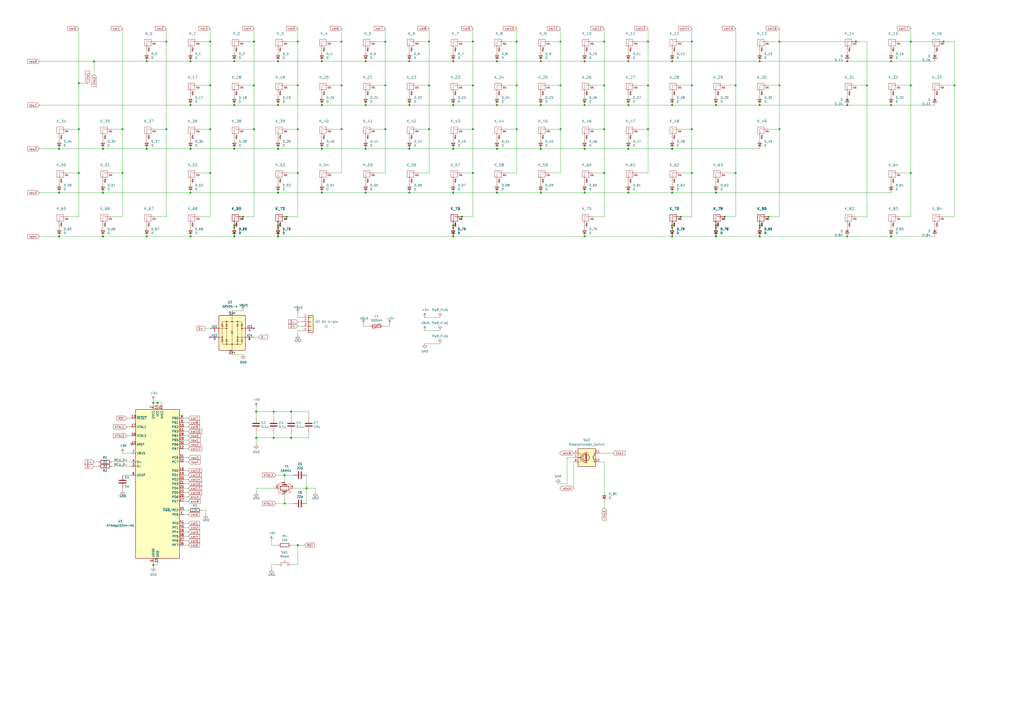
<source format=kicad_sch>
(kicad_sch (version 20230121) (generator eeschema)
  (paper "A2")
  (junction (at 168.91 238.76))
  (junction (at 491.49 137.16))
  (junction (at 299.72 74.93))
  (junction (at 88.9 327.66))
  (junction (at 420.37 125.73))
  (junction (at 148.59 238.76))
  (junction (at 262.89 130.81))
  (junction (at 135.89 130.81))
  (junction (at 248.92 24.13))
  (junction (at 401.32 100.33))
  (junction (at 71.12 100.33))
  (junction (at 135.89 60.96))
  (junction (at 375.92 74.93))
  (junction (at 121.92 74.93))
  (junction (at 415.29 132.08))
  (junction (at 147.32 24.13))
  (junction (at 237.49 35.56))
  (junction (at 491.49 35.56))
  (junction (at 516.89 137.16))
  (junction (at 212.09 35.56))
  (junction (at 389.89 130.81))
  (junction (at 313.69 35.56))
  (junction (at 161.29 111.76))
  (junction (at 172.72 74.93))
  (junction (at 452.12 24.13))
  (junction (at 34.29 137.16))
  (junction (at 34.29 111.76))
  (junction (at 248.92 49.53))
  (junction (at 71.12 74.93))
  (junction (at 288.29 111.76))
  (junction (at 299.72 49.53))
  (junction (at 161.29 86.36))
  (junction (at 288.29 35.56))
  (junction (at 212.09 60.96))
  (junction (at 415.29 137.16))
  (junction (at 516.89 60.96))
  (junction (at 389.89 111.76))
  (junction (at 426.72 100.33))
  (junction (at 339.09 86.36))
  (junction (at 110.49 137.16))
  (junction (at 262.89 86.36))
  (junction (at 339.09 137.16))
  (junction (at 198.12 49.53))
  (junction (at 313.69 60.96))
  (junction (at 85.09 35.56))
  (junction (at 85.09 86.36))
  (junction (at 237.49 86.36))
  (junction (at 262.89 137.16))
  (junction (at 389.89 35.56))
  (junction (at 274.32 74.93))
  (junction (at 262.89 60.96))
  (junction (at 158.75 238.76))
  (junction (at 166.37 125.73))
  (junction (at 440.69 35.56))
  (junction (at 59.69 137.16))
  (junction (at 364.49 60.96))
  (junction (at 54.61 35.56))
  (junction (at 121.92 100.33))
  (junction (at 299.72 24.13))
  (junction (at 389.89 132.08))
  (junction (at 415.29 60.96))
  (junction (at 267.97 125.73))
  (junction (at 59.69 111.76))
  (junction (at 121.92 49.53))
  (junction (at 325.12 24.13))
  (junction (at 110.49 60.96))
  (junction (at 198.12 74.93))
  (junction (at 110.49 35.56))
  (junction (at 440.69 137.16))
  (junction (at 389.89 60.96))
  (junction (at 148.59 254))
  (junction (at 313.69 111.76))
  (junction (at 161.29 35.56))
  (junction (at 274.32 24.13))
  (junction (at 491.49 60.96))
  (junction (at 415.29 130.81))
  (junction (at 212.09 111.76))
  (junction (at 528.32 49.53))
  (junction (at 325.12 74.93))
  (junction (at 140.97 125.73))
  (junction (at 147.32 49.53))
  (junction (at 161.29 132.08))
  (junction (at 364.49 86.36))
  (junction (at 339.09 60.96))
  (junction (at 85.09 137.16))
  (junction (at 350.52 74.93))
  (junction (at 223.52 49.53))
  (junction (at 110.49 86.36))
  (junction (at 502.92 49.53))
  (junction (at 45.72 48.26))
  (junction (at 96.52 74.93))
  (junction (at 135.89 35.56))
  (junction (at 262.89 35.56))
  (junction (at 288.29 60.96))
  (junction (at 158.75 254))
  (junction (at 401.32 74.93))
  (junction (at 96.52 24.13))
  (junction (at 248.92 74.93))
  (junction (at 223.52 24.13))
  (junction (at 394.97 125.73))
  (junction (at 516.89 35.56))
  (junction (at 325.12 49.53))
  (junction (at 135.89 137.16))
  (junction (at 110.49 111.76))
  (junction (at 528.32 24.13))
  (junction (at 59.69 86.36))
  (junction (at 547.37 24.13))
  (junction (at 161.29 60.96))
  (junction (at 121.92 24.13))
  (junction (at 401.32 24.13))
  (junction (at 262.89 111.76))
  (junction (at 88.9 233.68))
  (junction (at 186.69 35.56))
  (junction (at 237.49 60.96))
  (junction (at 440.69 130.81))
  (junction (at 198.12 24.13))
  (junction (at 135.89 86.36))
  (junction (at 186.69 86.36))
  (junction (at 440.69 132.08))
  (junction (at 147.32 74.93))
  (junction (at 161.29 137.16))
  (junction (at 339.09 35.56))
  (junction (at 223.52 74.93))
  (junction (at 91.44 233.68))
  (junction (at 172.72 316.23))
  (junction (at 452.12 49.53))
  (junction (at 165.1 292.1))
  (junction (at 212.09 86.36))
  (junction (at 161.29 130.81))
  (junction (at 496.57 24.13))
  (junction (at 426.72 49.53))
  (junction (at 172.72 49.53))
  (junction (at 528.32 100.33))
  (junction (at 375.92 24.13))
  (junction (at 389.89 137.16))
  (junction (at 350.52 24.13))
  (junction (at 364.49 111.76))
  (junction (at 415.29 111.76))
  (junction (at 274.32 100.33))
  (junction (at 186.69 60.96))
  (junction (at 135.89 132.08))
  (junction (at 350.52 100.33))
  (junction (at 34.29 86.36))
  (junction (at 262.89 132.08))
  (junction (at 389.89 86.36))
  (junction (at 440.69 60.96))
  (junction (at 45.72 74.93))
  (junction (at 168.91 254))
  (junction (at 445.77 125.73))
  (junction (at 313.69 86.36))
  (junction (at 45.72 100.33))
  (junction (at 186.69 111.76))
  (junction (at 237.49 111.76))
  (junction (at 553.72 49.53))
  (junction (at 288.29 86.36))
  (junction (at 165.1 275.59))
  (junction (at 364.49 35.56))
  (junction (at 339.09 111.76))
  (junction (at 375.92 49.53))
  (junction (at 172.72 24.13))
  (junction (at 401.32 49.53))
  (junction (at 177.8 283.21))
  (junction (at 452.12 74.93))
  (junction (at 350.52 49.53))
  (junction (at 172.72 100.33))
  (junction (at 274.32 49.53))
  (no_connect (at 147.32 190.5))
  (no_connect (at 121.92 195.58))
  (no_connect (at 76.2 257.81))
  (wire (pts (xy 217.17 74.93) (xy 223.52 74.93)))
  (wire (pts (xy 161.29 35.56) (xy 186.69 35.56)))
  (wire (pts (xy 293.37 74.93) (xy 299.72 74.93)))
  (wire (pts (xy 350.52 24.13) (xy 350.52 49.53)))
  (wire (pts (xy 426.72 16.51) (xy 426.72 49.53)))
  (wire (pts (xy 262.89 54.61) (xy 262.89 55.88)))
  (wire (pts (xy 369.57 49.53) (xy 375.92 49.53)))
  (wire (pts (xy 440.69 80.01) (xy 440.69 81.28)))
  (wire (pts (xy 440.69 54.61) (xy 440.69 55.88)))
  (wire (pts (xy 389.89 80.01) (xy 389.89 81.28)))
  (wire (pts (xy 491.49 35.56) (xy 516.89 35.56)))
  (wire (pts (xy 246.38 199.39) (xy 255.27 199.39)))
  (wire (pts (xy 88.9 327.66) (xy 88.9 326.39)))
  (wire (pts (xy 59.69 105.41) (xy 59.69 106.68)))
  (wire (pts (xy 274.32 125.73) (xy 274.32 100.33)))
  (wire (pts (xy 288.29 80.01) (xy 288.29 81.28)))
  (wire (pts (xy 34.29 86.36) (xy 59.69 86.36)))
  (wire (pts (xy 440.69 137.16) (xy 491.49 137.16)))
  (wire (pts (xy 267.97 125.73) (xy 274.32 125.73)))
  (wire (pts (xy 110.49 35.56) (xy 135.89 35.56)))
  (wire (pts (xy 313.69 86.36) (xy 339.09 86.36)))
  (wire (pts (xy 168.91 316.23) (xy 172.72 316.23)))
  (wire (pts (xy 350.52 267.97) (xy 350.52 285.75)))
  (wire (pts (xy 165.1 275.59) (xy 170.18 275.59)))
  (wire (pts (xy 166.37 100.33) (xy 172.72 100.33)))
  (wire (pts (xy 148.59 238.76) (xy 148.59 242.57)))
  (wire (pts (xy 93.98 233.68) (xy 93.98 234.95)))
  (wire (pts (xy 452.12 16.51) (xy 452.12 24.13)))
  (wire (pts (xy 267.97 24.13) (xy 274.32 24.13)))
  (wire (pts (xy 186.69 80.01) (xy 186.69 81.28)))
  (wire (pts (xy 85.09 35.56) (xy 110.49 35.56)))
  (wire (pts (xy 313.69 35.56) (xy 339.09 35.56)))
  (wire (pts (xy 516.89 137.16) (xy 542.29 137.16)))
  (wire (pts (xy 237.49 86.36) (xy 262.89 86.36)))
  (wire (pts (xy 198.12 16.51) (xy 198.12 24.13)))
  (wire (pts (xy 158.75 238.76) (xy 168.91 238.76)))
  (wire (pts (xy 420.37 49.53) (xy 426.72 49.53)))
  (wire (pts (xy 332.74 262.89) (xy 334.01 262.89)))
  (wire (pts (xy 172.72 186.69) (xy 175.26 186.69)))
  (wire (pts (xy 59.69 86.36) (xy 85.09 86.36)))
  (wire (pts (xy 140.97 125.73) (xy 147.32 125.73)))
  (wire (pts (xy 148.59 236.22) (xy 148.59 238.76)))
  (wire (pts (xy 147.32 74.93) (xy 147.32 49.53)))
  (wire (pts (xy 212.09 35.56) (xy 237.49 35.56)))
  (wire (pts (xy 45.72 48.26) (xy 50.8 48.26)))
  (wire (pts (xy 22.86 137.16) (xy 34.29 137.16)))
  (wire (pts (xy 172.72 316.23) (xy 176.53 316.23)))
  (wire (pts (xy 293.37 100.33) (xy 299.72 100.33)))
  (wire (pts (xy 59.69 130.81) (xy 59.69 132.08)))
  (wire (pts (xy 364.49 54.61) (xy 364.49 55.88)))
  (wire (pts (xy 115.57 125.73) (xy 121.92 125.73)))
  (wire (pts (xy 299.72 24.13) (xy 299.72 49.53)))
  (wire (pts (xy 521.97 49.53) (xy 528.32 49.53)))
  (wire (pts (xy 389.89 137.16) (xy 415.29 137.16)))
  (wire (pts (xy 553.72 49.53) (xy 553.72 125.73)))
  (wire (pts (xy 88.9 232.41) (xy 88.9 233.68)))
  (wire (pts (xy 274.32 24.13) (xy 274.32 49.53)))
  (wire (pts (xy 491.49 54.61) (xy 491.49 55.88)))
  (wire (pts (xy 364.49 86.36) (xy 389.89 86.36)))
  (wire (pts (xy 516.89 29.21) (xy 516.89 30.48)))
  (wire (pts (xy 452.12 24.13) (xy 496.57 24.13)))
  (wire (pts (xy 147.32 16.51) (xy 147.32 24.13)))
  (wire (pts (xy 45.72 100.33) (xy 45.72 74.93)))
  (wire (pts (xy 288.29 35.56) (xy 313.69 35.56)))
  (wire (pts (xy 389.89 105.41) (xy 389.89 106.68)))
  (wire (pts (xy 116.84 295.91) (xy 119.38 295.91)))
  (wire (pts (xy 157.48 316.23) (xy 161.29 316.23)))
  (wire (pts (xy 109.22 288.29) (xy 106.68 288.29)))
  (wire (pts (xy 148.59 254) (xy 148.59 257.81)))
  (wire (pts (xy 262.89 111.76) (xy 288.29 111.76)))
  (wire (pts (xy 401.32 74.93) (xy 401.32 49.53)))
  (wire (pts (xy 106.68 303.53) (xy 109.22 303.53)))
  (wire (pts (xy 115.57 24.13) (xy 121.92 24.13)))
  (wire (pts (xy 262.89 86.36) (xy 288.29 86.36)))
  (wire (pts (xy 135.89 29.21) (xy 135.89 30.48)))
  (wire (pts (xy 339.09 60.96) (xy 364.49 60.96)))
  (wire (pts (xy 59.69 80.01) (xy 59.69 81.28)))
  (wire (pts (xy 394.97 24.13) (xy 401.32 24.13)))
  (wire (pts (xy 262.89 35.56) (xy 288.29 35.56)))
  (wire (pts (xy 161.29 80.01) (xy 161.29 81.28)))
  (wire (pts (xy 158.75 250.19) (xy 158.75 254)))
  (wire (pts (xy 445.77 49.53) (xy 452.12 49.53)))
  (wire (pts (xy 140.97 49.53) (xy 147.32 49.53)))
  (wire (pts (xy 106.68 257.81) (xy 109.22 257.81)))
  (wire (pts (xy 262.89 105.41) (xy 262.89 106.68)))
  (wire (pts (xy 426.72 100.33) (xy 426.72 49.53)))
  (wire (pts (xy 325.12 24.13) (xy 325.12 49.53)))
  (wire (pts (xy 502.92 24.13) (xy 502.92 49.53)))
  (wire (pts (xy 106.68 275.59) (xy 109.22 275.59)))
  (wire (pts (xy 54.61 270.51) (xy 57.15 270.51)))
  (wire (pts (xy 212.09 80.01) (xy 212.09 81.28)))
  (wire (pts (xy 364.49 35.56) (xy 389.89 35.56)))
  (wire (pts (xy 110.49 105.41) (xy 110.49 106.68)))
  (wire (pts (xy 160.02 292.1) (xy 165.1 292.1)))
  (wire (pts (xy 109.22 283.21) (xy 106.68 283.21)))
  (wire (pts (xy 420.37 100.33) (xy 426.72 100.33)))
  (wire (pts (xy 440.69 29.21) (xy 440.69 30.48)))
  (wire (pts (xy 347.98 262.89) (xy 355.6 262.89)))
  (wire (pts (xy 401.32 16.51) (xy 401.32 24.13)))
  (wire (pts (xy 223.52 24.13) (xy 223.52 49.53)))
  (wire (pts (xy 172.72 191.77) (xy 175.26 191.77)))
  (wire (pts (xy 217.17 100.33) (xy 223.52 100.33)))
  (wire (pts (xy 542.29 54.61) (xy 542.29 55.88)))
  (wire (pts (xy 339.09 111.76) (xy 364.49 111.76)))
  (wire (pts (xy 71.12 16.51) (xy 71.12 74.93)))
  (wire (pts (xy 394.97 49.53) (xy 401.32 49.53)))
  (wire (pts (xy 496.57 125.73) (xy 502.92 125.73)))
  (wire (pts (xy 313.69 29.21) (xy 313.69 30.48)))
  (wire (pts (xy 237.49 54.61) (xy 237.49 55.88)))
  (wire (pts (xy 168.91 250.19) (xy 168.91 254)))
  (wire (pts (xy 161.29 105.41) (xy 161.29 106.68)))
  (wire (pts (xy 110.49 60.96) (xy 135.89 60.96)))
  (wire (pts (xy 177.8 275.59) (xy 177.8 283.21)))
  (wire (pts (xy 140.97 24.13) (xy 147.32 24.13)))
  (wire (pts (xy 401.32 100.33) (xy 401.32 74.93)))
  (wire (pts (xy 45.72 48.26) (xy 45.72 74.93)))
  (wire (pts (xy 121.92 24.13) (xy 121.92 49.53)))
  (wire (pts (xy 119.38 295.91) (xy 119.38 298.45)))
  (wire (pts (xy 177.8 283.21) (xy 177.8 292.1)))
  (wire (pts (xy 262.89 137.16) (xy 339.09 137.16)))
  (wire (pts (xy 45.72 125.73) (xy 45.72 100.33)))
  (wire (pts (xy 426.72 125.73) (xy 426.72 100.33)))
  (wire (pts (xy 109.22 260.35) (xy 106.68 260.35)))
  (wire (pts (xy 73.66 252.73) (xy 76.2 252.73)))
  (wire (pts (xy 344.17 125.73) (xy 350.52 125.73)))
  (wire (pts (xy 177.8 283.21) (xy 182.88 283.21)))
  (wire (pts (xy 237.49 105.41) (xy 237.49 106.68)))
  (wire (pts (xy 528.32 125.73) (xy 528.32 100.33)))
  (wire (pts (xy 262.89 60.96) (xy 288.29 60.96)))
  (wire (pts (xy 59.69 111.76) (xy 110.49 111.76)))
  (wire (pts (xy 135.89 137.16) (xy 161.29 137.16)))
  (wire (pts (xy 344.17 74.93) (xy 350.52 74.93)))
  (wire (pts (xy 401.32 24.13) (xy 401.32 49.53)))
  (wire (pts (xy 369.57 24.13) (xy 375.92 24.13)))
  (wire (pts (xy 165.1 287.02) (xy 165.1 292.1)))
  (wire (pts (xy 288.29 60.96) (xy 313.69 60.96)))
  (wire (pts (xy 172.72 24.13) (xy 172.72 49.53)))
  (wire (pts (xy 106.68 311.15) (xy 109.22 311.15)))
  (wire (pts (xy 85.09 137.16) (xy 110.49 137.16)))
  (wire (pts (xy 364.49 111.76) (xy 389.89 111.76)))
  (wire (pts (xy 223.52 74.93) (xy 223.52 49.53)))
  (wire (pts (xy 332.74 267.97) (xy 332.74 283.21)))
  (wire (pts (xy 389.89 35.56) (xy 440.69 35.56)))
  (wire (pts (xy 88.9 233.68) (xy 88.9 234.95)))
  (wire (pts (xy 344.17 49.53) (xy 350.52 49.53)))
  (wire (pts (xy 110.49 111.76) (xy 161.29 111.76)))
  (wire (pts (xy 106.68 290.83) (xy 109.22 290.83)))
  (wire (pts (xy 157.48 313.69) (xy 157.48 316.23)))
  (wire (pts (xy 344.17 24.13) (xy 350.52 24.13)))
  (wire (pts (xy 54.61 35.56) (xy 85.09 35.56)))
  (wire (pts (xy 109.22 255.27) (xy 106.68 255.27)))
  (wire (pts (xy 186.69 111.76) (xy 212.09 111.76)))
  (wire (pts (xy 161.29 60.96) (xy 186.69 60.96)))
  (wire (pts (xy 198.12 100.33) (xy 198.12 74.93)))
  (wire (pts (xy 375.92 100.33) (xy 375.92 74.93)))
  (wire (pts (xy 134.62 205.74) (xy 140.97 205.74)))
  (wire (pts (xy 172.72 316.23) (xy 172.72 327.66)))
  (wire (pts (xy 299.72 16.51) (xy 299.72 24.13)))
  (wire (pts (xy 375.92 24.13) (xy 375.92 49.53)))
  (wire (pts (xy 172.72 181.61) (xy 172.72 184.15)))
  (wire (pts (xy 542.29 130.81) (xy 542.29 132.08)))
  (wire (pts (xy 22.86 86.36) (xy 34.29 86.36)))
  (wire (pts (xy 313.69 105.41) (xy 313.69 106.68)))
  (wire (pts (xy 172.72 100.33) (xy 172.72 74.93)))
  (wire (pts (xy 369.57 100.33) (xy 375.92 100.33)))
  (wire (pts (xy 274.32 100.33) (xy 274.32 74.93)))
  (wire (pts (xy 85.09 130.81) (xy 85.09 132.08)))
  (wire (pts (xy 445.77 24.13) (xy 452.12 24.13)))
  (wire (pts (xy 339.09 29.21) (xy 339.09 30.48)))
  (wire (pts (xy 440.69 130.81) (xy 440.69 132.08)))
  (wire (pts (xy 267.97 49.53) (xy 274.32 49.53)))
  (wire (pts (xy 76.2 247.65) (xy 73.66 247.65)))
  (wire (pts (xy 172.72 194.31) (xy 172.72 191.77)))
  (wire (pts (xy 106.68 306.07) (xy 109.22 306.07)))
  (wire (pts (xy 516.89 130.81) (xy 516.89 132.08)))
  (wire (pts (xy 109.22 267.97) (xy 106.68 267.97)))
  (wire (pts (xy 313.69 60.96) (xy 339.09 60.96)))
  (wire (pts (xy 226.06 187.96) (xy 226.06 189.23)))
  (wire (pts (xy 168.91 254) (xy 179.07 254)))
  (wire (pts (xy 88.9 327.66) (xy 91.44 327.66)))
  (wire (pts (xy 109.22 245.11) (xy 106.68 245.11)))
  (wire (pts (xy 147.32 24.13) (xy 147.32 49.53)))
  (wire (pts (xy 364.49 105.41) (xy 364.49 106.68)))
  (wire (pts (xy 242.57 74.93) (xy 248.92 74.93)))
  (wire (pts (xy 389.89 60.96) (xy 415.29 60.96)))
  (wire (pts (xy 64.77 74.93) (xy 71.12 74.93)))
  (wire (pts (xy 516.89 35.56) (xy 542.29 35.56)))
  (wire (pts (xy 64.77 100.33) (xy 71.12 100.33)))
  (wire (pts (xy 547.37 24.13) (xy 553.72 24.13)))
  (wire (pts (xy 248.92 74.93) (xy 248.92 49.53)))
  (wire (pts (xy 262.89 130.81) (xy 262.89 132.08)))
  (wire (pts (xy 34.29 80.01) (xy 34.29 81.28)))
  (wire (pts (xy 106.68 265.43) (xy 109.22 265.43)))
  (wire (pts (xy 237.49 35.56) (xy 262.89 35.56)))
  (wire (pts (xy 182.88 283.21) (xy 182.88 285.75)))
  (wire (pts (xy 491.49 130.81) (xy 491.49 132.08)))
  (wire (pts (xy 115.57 49.53) (xy 121.92 49.53)))
  (wire (pts (xy 452.12 125.73) (xy 452.12 74.93)))
  (wire (pts (xy 293.37 24.13) (xy 299.72 24.13)))
  (wire (pts (xy 248.92 16.51) (xy 248.92 24.13)))
  (wire (pts (xy 288.29 54.61) (xy 288.29 55.88)))
  (wire (pts (xy 110.49 54.61) (xy 110.49 55.88)))
  (wire (pts (xy 521.97 100.33) (xy 528.32 100.33)))
  (wire (pts (xy 452.12 24.13) (xy 452.12 49.53)))
  (wire (pts (xy 166.37 24.13) (xy 172.72 24.13)))
  (wire (pts (xy 339.09 130.81) (xy 339.09 132.08)))
  (wire (pts (xy 64.77 270.51) (xy 76.2 270.51)))
  (wire (pts (xy 318.77 49.53) (xy 325.12 49.53)))
  (wire (pts (xy 318.77 74.93) (xy 325.12 74.93)))
  (wire (pts (xy 375.92 74.93) (xy 375.92 49.53)))
  (wire (pts (xy 22.86 60.96) (xy 110.49 60.96)))
  (wire (pts (xy 172.72 125.73) (xy 172.72 100.33)))
  (wire (pts (xy 109.22 250.19) (xy 106.68 250.19)))
  (wire (pts (xy 528.32 24.13) (xy 547.37 24.13)))
  (wire (pts (xy 528.32 16.51) (xy 528.32 24.13)))
  (wire (pts (xy 350.52 16.51) (xy 350.52 24.13)))
  (wire (pts (xy 502.92 49.53) (xy 502.92 125.73)))
  (wire (pts (xy 328.93 265.43) (xy 332.74 265.43)))
  (wire (pts (xy 34.29 111.76) (xy 59.69 111.76)))
  (wire (pts (xy 96.52 125.73) (xy 96.52 74.93)))
  (wire (pts (xy 59.69 137.16) (xy 85.09 137.16)))
  (wire (pts (xy 109.22 308.61) (xy 106.68 308.61)))
  (wire (pts (xy 237.49 60.96) (xy 262.89 60.96)))
  (wire (pts (xy 415.29 111.76) (xy 516.89 111.76)))
  (wire (pts (xy 39.37 74.93) (xy 45.72 74.93)))
  (wire (pts (xy 394.97 125.73) (xy 401.32 125.73)))
  (wire (pts (xy 364.49 29.21) (xy 364.49 30.48)))
  (wire (pts (xy 172.72 74.93) (xy 172.72 49.53)))
  (wire (pts (xy 237.49 111.76) (xy 262.89 111.76)))
  (wire (pts (xy 110.49 80.01) (xy 110.49 81.28)))
  (wire (pts (xy 160.02 275.59) (xy 165.1 275.59)))
  (wire (pts (xy 491.49 60.96) (xy 516.89 60.96)))
  (wire (pts (xy 255.27 191.77) (xy 246.38 191.77)))
  (wire (pts (xy 415.29 105.41) (xy 415.29 106.68)))
  (wire (pts (xy 179.07 242.57) (xy 179.07 238.76)))
  (wire (pts (xy 350.52 100.33) (xy 350.52 74.93)))
  (wire (pts (xy 516.89 60.96) (xy 542.29 60.96)))
  (wire (pts (xy 121.92 16.51) (xy 121.92 24.13)))
  (wire (pts (xy 347.98 267.97) (xy 350.52 267.97)))
  (wire (pts (xy 106.68 242.57) (xy 109.22 242.57)))
  (wire (pts (xy 415.29 137.16) (xy 440.69 137.16)))
  (wire (pts (xy 179.07 254) (xy 179.07 250.19)))
  (wire (pts (xy 198.12 24.13) (xy 198.12 49.53)))
  (wire (pts (xy 39.37 125.73) (xy 45.72 125.73)))
  (wire (pts (xy 191.77 49.53) (xy 198.12 49.53)))
  (wire (pts (xy 158.75 242.57) (xy 158.75 238.76)))
  (wire (pts (xy 553.72 24.13) (xy 553.72 49.53)))
  (wire (pts (xy 90.17 24.13) (xy 96.52 24.13)))
  (wire (pts (xy 452.12 74.93) (xy 452.12 49.53)))
  (wire (pts (xy 274.32 16.51) (xy 274.32 24.13)))
  (wire (pts (xy 375.92 16.51) (xy 375.92 24.13)))
  (wire (pts (xy 350.52 290.83) (xy 350.52 294.64)))
  (wire (pts (xy 110.49 130.81) (xy 110.49 132.08)))
  (wire (pts (xy 198.12 74.93) (xy 198.12 49.53)))
  (wire (pts (xy 166.37 49.53) (xy 172.72 49.53)))
  (wire (pts (xy 135.89 86.36) (xy 161.29 86.36)))
  (wire (pts (xy 325.12 74.93) (xy 325.12 49.53)))
  (wire (pts (xy 39.37 100.33) (xy 45.72 100.33)))
  (wire (pts (xy 547.37 125.73) (xy 553.72 125.73)))
  (wire (pts (xy 71.12 262.89) (xy 76.2 262.89)))
  (wire (pts (xy 313.69 80.01) (xy 313.69 81.28)))
  (wire (pts (xy 148.59 238.76) (xy 158.75 238.76)))
  (wire (pts (xy 109.22 298.45) (xy 106.68 298.45)))
  (wire (pts (xy 440.69 60.96) (xy 491.49 60.96)))
  (wire (pts (xy 85.09 80.01) (xy 85.09 81.28)))
  (wire (pts (xy 135.89 54.61) (xy 135.89 55.88)))
  (wire (pts (xy 293.37 49.53) (xy 299.72 49.53)))
  (wire (pts (xy 212.09 105.41) (xy 212.09 106.68)))
  (wire (pts (xy 267.97 74.93) (xy 274.32 74.93)))
  (wire (pts (xy 415.29 54.61) (xy 415.29 55.88)))
  (wire (pts (xy 148.59 254) (xy 158.75 254)))
  (wire (pts (xy 223.52 16.51) (xy 223.52 24.13)))
  (wire (pts (xy 170.18 283.21) (xy 177.8 283.21)))
  (wire (pts (xy 394.97 74.93) (xy 401.32 74.93)))
  (wire (pts (xy 350.52 125.73) (xy 350.52 100.33)))
  (wire (pts (xy 394.97 100.33) (xy 401.32 100.33)))
  (wire (pts (xy 496.57 49.53) (xy 502.92 49.53)))
  (wire (pts (xy 328.93 280.67) (xy 323.85 280.67)))
  (wire (pts (xy 364.49 60.96) (xy 389.89 60.96)))
  (wire (pts (xy 90.17 74.93) (xy 96.52 74.93)))
  (wire (pts (xy 121.92 125.73) (xy 121.92 100.33)))
  (wire (pts (xy 109.22 278.13) (xy 106.68 278.13)))
  (wire (pts (xy 54.61 35.56) (xy 54.61 43.18)))
  (wire (pts (xy 135.89 80.01) (xy 135.89 81.28)))
  (wire (pts (xy 364.49 80.01) (xy 364.49 81.28)))
  (wire (pts (xy 547.37 49.53) (xy 553.72 49.53)))
  (wire (pts (xy 161.29 137.16) (xy 262.89 137.16)))
  (wire (pts (xy 121.92 74.93) (xy 121.92 49.53)))
  (wire (pts (xy 496.57 24.13) (xy 502.92 24.13)))
  (wire (pts (xy 186.69 54.61) (xy 186.69 55.88)))
  (wire (pts (xy 401.32 125.73) (xy 401.32 100.33)))
  (wire (pts (xy 339.09 54.61) (xy 339.09 55.88)))
  (wire (pts (xy 516.89 105.41) (xy 516.89 106.68)))
  (wire (pts (xy 242.57 49.53) (xy 248.92 49.53)))
  (wire (pts (xy 350.52 74.93) (xy 350.52 49.53)))
  (wire (pts (xy 212.09 54.61) (xy 212.09 55.88)))
  (wire (pts (xy 262.89 29.21) (xy 262.89 30.48)))
  (wire (pts (xy 288.29 86.36) (xy 313.69 86.36)))
  (wire (pts (xy 179.07 238.76) (xy 168.91 238.76)))
  (wire (pts (xy 542.29 29.21) (xy 542.29 30.48)))
  (wire (pts (xy 71.12 275.59) (xy 76.2 275.59)))
  (wire (pts (xy 389.89 29.21) (xy 389.89 30.48)))
  (wire (pts (xy 445.77 74.93) (xy 452.12 74.93)))
  (wire (pts (xy 528.32 100.33) (xy 528.32 49.53)))
  (wire (pts (xy 267.97 100.33) (xy 274.32 100.33)))
  (wire (pts (xy 90.17 125.73) (xy 96.52 125.73)))
  (wire (pts (xy 242.57 24.13) (xy 248.92 24.13)))
  (wire (pts (xy 106.68 285.75) (xy 109.22 285.75)))
  (wire (pts (xy 158.75 254) (xy 168.91 254)))
  (wire (pts (xy 110.49 29.21) (xy 110.49 30.48)))
  (wire (pts (xy 339.09 80.01) (xy 339.09 81.28)))
  (wire (pts (xy 91.44 327.66) (xy 91.44 326.39)))
  (wire (pts (xy 516.89 54.61) (xy 516.89 55.88)))
  (wire (pts (xy 210.82 189.23) (xy 214.63 189.23)))
  (wire (pts (xy 135.89 60.96) (xy 161.29 60.96)))
  (wire (pts (xy 64.77 267.97) (xy 76.2 267.97)))
  (wire (pts (xy 115.57 100.33) (xy 121.92 100.33)))
  (wire (pts (xy 328.93 265.43) (xy 328.93 280.67)))
  (wire (pts (xy 318.77 24.13) (xy 325.12 24.13)))
  (wire (pts (xy 521.97 24.13) (xy 528.32 24.13)))
  (wire (pts (xy 325.12 16.51) (xy 325.12 24.13)))
  (wire (pts (xy 34.29 130.81) (xy 34.29 132.08)))
  (wire (pts (xy 440.69 35.56) (xy 491.49 35.56)))
  (wire (pts (xy 96.52 16.51) (xy 96.52 24.13)))
  (wire (pts (xy 166.37 125.73) (xy 172.72 125.73)))
  (wire (pts (xy 528.32 24.13) (xy 528.32 49.53)))
  (wire (pts (xy 318.77 100.33) (xy 325.12 100.33)))
  (wire (pts (xy 166.37 74.93) (xy 172.72 74.93)))
  (wire (pts (xy 148.59 250.19) (xy 148.59 254)))
  (wire (pts (xy 389.89 86.36) (xy 440.69 86.36)))
  (wire (pts (xy 212.09 29.21) (xy 212.09 30.48)))
  (wire (pts (xy 161.29 29.21) (xy 161.29 30.48)))
  (wire (pts (xy 274.32 74.93) (xy 274.32 49.53)))
  (wire (pts (xy 149.86 195.58) (xy 147.32 195.58)))
  (wire (pts (xy 255.27 184.15) (xy 246.38 184.15)))
  (wire (pts (xy 106.68 247.65) (xy 109.22 247.65)))
  (wire (pts (xy 212.09 60.96) (xy 237.49 60.96)))
  (wire (pts (xy 288.29 105.41) (xy 288.29 106.68)))
  (wire (pts (xy 186.69 35.56) (xy 212.09 35.56)))
  (wire (pts (xy 157.48 327.66) (xy 160.02 327.66)))
  (wire (pts (xy 210.82 187.96) (xy 210.82 189.23)))
  (wire (pts (xy 91.44 233.68) (xy 93.98 233.68)))
  (wire (pts (xy 71.12 125.73) (xy 71.12 100.33)))
  (wire (pts (xy 288.29 29.21) (xy 288.29 30.48)))
  (wire (pts (xy 175.26 189.23) (xy 172.72 189.23)))
  (wire (pts (xy 491.49 29.21) (xy 491.49 30.48)))
  (wire (pts (xy 157.48 330.2) (xy 157.48 327.66)))
  (wire (pts (xy 248.92 100.33) (xy 248.92 74.93)))
  (wire (pts (xy 415.29 60.96) (xy 440.69 60.96)))
  (wire (pts (xy 161.29 111.76) (xy 186.69 111.76)))
  (wire (pts (xy 186.69 60.96) (xy 212.09 60.96)))
  (wire (pts (xy 148.59 283.21) (xy 148.59 285.75)))
  (wire (pts (xy 119.38 190.5) (xy 121.92 190.5)))
  (wire (pts (xy 172.72 184.15) (xy 175.26 184.15)))
  (wire (pts (xy 299.72 74.93) (xy 299.72 49.53)))
  (wire (pts (xy 191.77 24.13) (xy 198.12 24.13)))
  (wire (pts (xy 186.69 105.41) (xy 186.69 106.68)))
  (wire (pts (xy 415.29 130.81) (xy 415.29 132.08)))
  (wire (pts (xy 369.57 74.93) (xy 375.92 74.93)))
  (wire (pts (xy 91.44 233.68) (xy 91.44 234.95)))
  (wire (pts (xy 226.06 189.23) (xy 222.25 189.23)))
  (wire (pts (xy 135.89 35.56) (xy 161.29 35.56)))
  (wire (pts (xy 313.69 111.76) (xy 339.09 111.76)))
  (wire (pts (xy 121.92 100.33) (xy 121.92 74.93)))
  (wire (pts (xy 288.29 111.76) (xy 313.69 111.76)))
  (wire (pts (xy 106.68 280.67) (xy 109.22 280.67)))
  (wire (pts (xy 34.29 137.16) (xy 59.69 137.16)))
  (wire (pts (xy 242.57 100.33) (xy 248.92 100.33)))
  (wire (pts (xy 22.86 35.56) (xy 54.61 35.56)))
  (wire (pts (xy 64.77 125.73) (xy 71.12 125.73)))
  (wire (pts (xy 344.17 100.33) (xy 350.52 100.33)))
  (wire (pts (xy 148.59 283.21) (xy 160.02 283.21)))
  (wire (pts (xy 22.86 111.76) (xy 34.29 111.76)))
  (wire (pts (xy 85.09 86.36) (xy 110.49 86.36)))
  (wire (pts (xy 248.92 24.13) (xy 248.92 49.53)))
  (wire (pts (xy 165.1 279.4) (xy 165.1 275.59)))
  (wire (pts (xy 71.12 100.33) (xy 71.12 74.93)))
  (wire (pts (xy 521.97 125.73) (xy 528.32 125.73)))
  (wire (pts (xy 161.29 130.81) (xy 161.29 132.08)))
  (wire (pts (xy 389.89 54.61) (xy 389.89 55.88)))
  (wire (pts (xy 106.68 252.73) (xy 109.22 252.73)))
  (wire (pts (xy 389.89 111.76) (xy 415.29 111.76)))
  (wire (pts (xy 161.29 86.36) (xy 186.69 86.36)))
  (wire (pts (xy 191.77 100.33) (xy 198.12 100.33)))
  (wire (pts (xy 110.49 86.36) (xy 135.89 86.36)))
  (wire (pts (xy 135.89 130.81) (xy 135.89 132.08)))
  (wire (pts (xy 147.32 125.73) (xy 147.32 74.93)))
  (wire (pts (xy 45.72 16.51) (xy 45.72 48.26)))
  (wire (pts (xy 212.09 111.76) (xy 237.49 111.76)))
  (wire (pts (xy 106.68 273.05) (xy 109.22 273.05)))
  (wire (pts (xy 34.29 105.41) (xy 34.29 106.68)))
  (wire (pts (xy 165.1 292.1) (xy 170.18 292.1)))
  (wire (pts (xy 140.97 180.34) (xy 134.62 180.34)))
  (wire (pts (xy 339.09 86.36) (xy 364.49 86.36)))
  (wire (pts (xy 161.29 54.61) (xy 161.29 55.88)))
  (wire (pts (xy 186.69 86.36) (xy 212.09 86.36)))
  (wire (pts (xy 299.72 100.33) (xy 299.72 74.93)))
  (wire (pts (xy 339.09 35.56) (xy 364.49 35.56)))
  (wire (pts (xy 85.09 29.21) (xy 85.09 30.48)))
  (wire (pts (xy 217.17 49.53) (xy 223.52 49.53)))
  (wire (pts (xy 140.97 74.93) (xy 147.32 74.93)))
  (wire (pts (xy 262.89 80.01) (xy 262.89 81.28)))
  (wire (pts (xy 172.72 16.51) (xy 172.72 24.13)))
  (wire (pts (xy 339.09 137.16) (xy 389.89 137.16)))
  (wire (pts (xy 389.89 130.81) (xy 389.89 132.08)))
  (wire (pts (xy 491.49 137.16) (xy 516.89 137.16)))
  (wire (pts (xy 313.69 54.61) (xy 313.69 55.88)))
  (wire (pts (xy 109.22 295.91) (xy 106.68 295.91)))
  (wire (pts (xy 339.09 105.41) (xy 339.09 106.68)))
  (wire (pts (xy 237.49 29.21) (xy 237.49 30.48)))
  (wire (pts (xy 54.61 267.97) (xy 57.15 267.97)))
  (wire (pts (xy 109.22 313.69) (xy 106.68 313.69)))
  (wire (pts (xy 445.77 125.73) (xy 452.12 125.73)))
  (wire (pts (xy 191.77 74.93) (xy 198.12 74.93)))
  (wire (pts (xy 217.17 24.13) (xy 223.52 24.13)))
  (wire (pts (xy 109.22 316.23) (xy 106.68 316.23)))
  (wire (pts (xy 73.66 242.57) (xy 76.2 242.57)))
  (wire (pts (xy 96.52 24.13) (xy 96.52 74.93)))
  (wire (pts (xy 88.9 233.68) (xy 91.44 233.68)))
  (wire (pts (xy 168.91 242.57) (xy 168.91 238.76)))
  (wire (pts (xy 186.69 29.21) (xy 186.69 30.48)))
  (wire (pts (xy 71.12 283.21) (xy 71.12 284.48)))
  (wire (pts (xy 237.49 80.01) (xy 237.49 81.28)))
  (wire (pts (xy 172.72 327.66) (xy 170.18 327.66)))
  (wire (pts (xy 110.49 137.16) (xy 135.89 137.16)))
  (wire (pts (xy 212.09 86.36) (xy 237.49 86.36)))
  (wire (pts (xy 420.37 125.73) (xy 426.72 125.73)))
  (wire (pts (xy 88.9 328.93) (xy 88.9 327.66)))
  (wire (pts (xy 115.57 74.93) (xy 121.92 74.93)))
  (wire (pts (xy 325.12 100.33) (xy 325.12 74.93)))
  (wire (pts (xy 223.52 100.33) (xy 223.52 74.93)))
  (label "MCU_D+" (at 66.04 267.97 0))
  (label "MCU_D-" (at 66.04 270.51 0))
  (global_label "col14" (shape input) (at 109.22 278.13 0) (property "Intersheetrefs" "${INTERSHEET_REFS}" (effects hide)))
  (global_label "encB" (shape input) (at 109.22 290.83 0) (property "Intersheetrefs" "${INTERSHEET_REFS}" (effects hide)))
  (global_label "row4" (shape input) (at 22.86 137.16 180) (property "Intersheetrefs" "${INTERSHEET_REFS}" (effects hide)))
  (global_label "col6" (shape input) (at 109.22 316.23 0) (property "Intersheetrefs" "${INTERSHEET_REFS}" (effects hide)))
  (global_label "col11" (shape input) (at 325.12 16.51 180) (property "Intersheetrefs" "${INTERSHEET_REFS}" (effects hide)))
  (global_label "row1" (shape input) (at 22.86 60.96 180) (property "Intersheetrefs" "${INTERSHEET_REFS}" (effects hide)))
  (global_label "col14" (shape input) (at 401.32 16.51 180) (property "Intersheetrefs" "${INTERSHEET_REFS}" (effects hide)))
  (global_label "row2" (shape input) (at 22.86 86.36 180) (property "Intersheetrefs" "${INTERSHEET_REFS}" (effects hide)))
  (global_label "col13" (shape input) (at 109.22 275.59 0) (property "Intersheetrefs" "${INTERSHEET_REFS}" (effects hide)))
  (global_label "encA" (shape bidirectional) (at 332.74 283.21 180) (property "Intersheetrefs" "${INTERSHEET_REFS}" (effects hide)))
  (global_label "col3" (shape input) (at 109.22 308.61 0) (property "Intersheetrefs" "${INTERSHEET_REFS}" (effects hide)))
  (global_label "col8" (shape input) (at 109.22 245.11 0) (property "Intersheetrefs" "${INTERSHEET_REFS}" (effects hide)))
  (global_label "col5" (shape input) (at 109.22 313.69 0) (property "Intersheetrefs" "${INTERSHEET_REFS}" (effects hide)))
  (global_label "col11" (shape input) (at 109.22 260.35 0) (property "Intersheetrefs" "${INTERSHEET_REFS}" (effects hide)))
  (global_label "col6" (shape input) (at 198.12 16.51 180) (property "Intersheetrefs" "${INTERSHEET_REFS}" (effects hide)))
  (global_label "col15" (shape input) (at 426.72 16.51 180) (property "Intersheetrefs" "${INTERSHEET_REFS}" (effects hide)))
  (global_label "link2" (shape input) (at 54.61 43.18 270) (property "Intersheetrefs" "${INTERSHEET_REFS}" (effects hide)))
  (global_label "RST" (shape input) (at 73.66 242.57 180) (property "Intersheetrefs" "${INTERSHEET_REFS}" (effects hide)))
  (global_label "row4" (shape input) (at 109.22 267.97 0) (property "Intersheetrefs" "${INTERSHEET_REFS}" (effects hide)))
  (global_label "row1" (shape input) (at 109.22 255.27 0) (property "Intersheetrefs" "${INTERSHEET_REFS}" (effects hide)))
  (global_label "col2" (shape input) (at 109.22 306.07 0) (property "Intersheetrefs" "${INTERSHEET_REFS}" (effects hide)))
  (global_label "col10" (shape input) (at 299.72 16.51 180) (property "Intersheetrefs" "${INTERSHEET_REFS}" (effects hide)))
  (global_label "col17" (shape input) (at 528.32 16.51 180) (property "Intersheetrefs" "${INTERSHEET_REFS}" (effects hide)))
  (global_label "XTAL1" (shape input) (at 73.66 247.65 180) (property "Intersheetrefs" "${INTERSHEET_REFS}" (effects hide)))
  (global_label "XTAL2" (shape input) (at 73.66 252.73 180) (property "Intersheetrefs" "${INTERSHEET_REFS}" (effects hide)))
  (global_label "D-" (shape input) (at 172.72 186.69 180) (property "Intersheetrefs" "${INTERSHEET_REFS}" (effects hide)))
  (global_label "row3" (shape input) (at 109.22 265.43 0) (property "Intersheetrefs" "${INTERSHEET_REFS}" (effects hide)))
  (global_label "link2" (shape input) (at 350.52 294.64 270) (property "Intersheetrefs" "${INTERSHEET_REFS}" (effects hide)))
  (global_label "encB" (shape bidirectional) (at 332.74 262.89 180) (property "Intersheetrefs" "${INTERSHEET_REFS}" (effects hide)))
  (global_label "D+" (shape input) (at 119.38 190.5 180) (property "Intersheetrefs" "${INTERSHEET_REFS}" (effects hide)))
  (global_label "row0" (shape input) (at 22.86 35.56 180) (property "Intersheetrefs" "${INTERSHEET_REFS}" (effects hide)))
  (global_label "XTAL1" (shape input) (at 160.02 292.1 180) (property "Intersheetrefs" "${INTERSHEET_REFS}" (effects hide)))
  (global_label "col5" (shape input) (at 172.72 16.51 180) (property "Intersheetrefs" "${INTERSHEET_REFS}" (effects hide)))
  (global_label "D+" (shape input) (at 54.61 267.97 180) (property "Intersheetrefs" "${INTERSHEET_REFS}" (effects hide)))
  (global_label "row0" (shape input) (at 109.22 252.73 0) (property "Intersheetrefs" "${INTERSHEET_REFS}" (effects hide)))
  (global_label "XTAL2" (shape input) (at 160.02 275.59 180) (property "Intersheetrefs" "${INTERSHEET_REFS}" (effects hide)))
  (global_label "col7" (shape input) (at 109.22 242.57 0) (property "Intersheetrefs" "${INTERSHEET_REFS}" (effects hide)))
  (global_label "link1" (shape input) (at 50.8 48.26 90) (property "Intersheetrefs" "${INTERSHEET_REFS}" (effects hide)))
  (global_label "col13" (shape input) (at 375.92 16.51 180) (property "Intersheetrefs" "${INTERSHEET_REFS}" (effects hide)))
  (global_label "col9" (shape input) (at 109.22 247.65 0) (property "Intersheetrefs" "${INTERSHEET_REFS}" (effects hide)))
  (global_label "col0" (shape input) (at 109.22 298.45 0) (property "Intersheetrefs" "${INTERSHEET_REFS}" (effects hide)))
  (global_label "col1" (shape input) (at 109.22 303.53 0) (property "Intersheetrefs" "${INTERSHEET_REFS}" (effects hide)))
  (global_label "RST" (shape input) (at 176.53 316.23 0) (property "Intersheetrefs" "${INTERSHEET_REFS}" (effects hide)))
  (global_label "row3" (shape input) (at 22.86 111.76 180) (property "Intersheetrefs" "${INTERSHEET_REFS}" (effects hide)))
  (global_label "link1" (shape input) (at 355.6 262.89 0) (property "Intersheetrefs" "${INTERSHEET_REFS}" (effects hide)))
  (global_label "col12" (shape input) (at 350.52 16.51 180) (property "Intersheetrefs" "${INTERSHEET_REFS}" (effects hide)))
  (global_label "D-" (shape input) (at 54.61 270.51 180) (property "Intersheetrefs" "${INTERSHEET_REFS}" (effects hide)))
  (global_label "col3" (shape input) (at 121.92 16.51 180) (property "Intersheetrefs" "${INTERSHEET_REFS}" (effects hide)))
  (global_label "col0" (shape input) (at 45.72 16.51 180) (property "Intersheetrefs" "${INTERSHEET_REFS}" (effects hide)))
  (global_label "encA" (shape input) (at 109.22 288.29 0) (property "Intersheetrefs" "${INTERSHEET_REFS}" (effects hide)))
  (global_label "D+" (shape input) (at 172.72 189.23 180) (property "Intersheetrefs" "${INTERSHEET_REFS}" (effects hide)))
  (global_label "col2" (shape input) (at 96.52 16.51 180) (property "Intersheetrefs" "${INTERSHEET_REFS}" (effects hide)))
  (global_label "col12" (shape input) (at 109.22 273.05 0) (property "Intersheetrefs" "${INTERSHEET_REFS}" (effects hide)))
  (global_label "col10" (shape input) (at 109.22 250.19 0) (property "Intersheetrefs" "${INTERSHEET_REFS}" (effects hide)))
  (global_label "col1" (shape input) (at 71.12 16.51 180) (property "Intersheetrefs" "${INTERSHEET_REFS}" (effects hide)))
  (global_label "col4" (shape input) (at 109.22 311.15 0) (property "Intersheetrefs" "${INTERSHEET_REFS}" (effects hide)))
  (global_label "col4" (shape input) (at 147.32 16.51 180) (property "Intersheetrefs" "${INTERSHEET_REFS}" (effects hide)))
  (global_label "col16" (shape input) (at 109.22 285.75 0) (property "Intersheetrefs" "${INTERSHEET_REFS}" (effects hide)))
  (global_label "col17" (shape input) (at 109.22 283.21 0) (property "Intersheetrefs" "${INTERSHEET_REFS}" (effects hide)))
  (global_label "row2" (shape input) (at 109.22 257.81 0) (property "Intersheetrefs" "${INTERSHEET_REFS}" (effects hide)))
  (global_label "col8" (shape input) (at 248.92 16.51 180) (property "Intersheetrefs" "${INTERSHEET_REFS}" (effects hide)))
  (global_label "col15" (shape input) (at 109.22 280.67 0) (property "Intersheetrefs" "${INTERSHEET_REFS}" (effects hide)))
  (global_label "col7" (shape input) (at 223.52 16.51 180) (property "Intersheetrefs" "${INTERSHEET_REFS}" (effects hide)))
  (global_label "col16" (shape input) (at 452.12 16.51 180) (property "Intersheetrefs" "${INTERSHEET_REFS}" (effects hide)))
  (global_label "D-" (shape input) (at 149.86 195.58 0) (property "Intersheetrefs" "${INTERSHEET_REFS}" (effects hide)))
  (global_label "col9" (shape input) (at 274.32 16.51 180) (property "Intersheetrefs" "${INTERSHEET_REFS}" (effects hide)))
  (symbol (lib_id "Device:D_Small") (at 339.09 33.02 90) (unit 1)
    (property "Reference" "D_10" (at 341.63 31.242 90) (effects (justify right)))
    (property "Value" "D" (at 341.63 33.528 90) (effects (justify right)))
    (property "Footprint" "Diode_SMD:D_SOD-123" (effects hide))
  )
  (symbol (lib_id "Device:D_Small") (at 364.49 109.22 90) (unit 1)
    (property "Reference" "D_61" (at 367.03 107.442 90) (effects (justify right)))
    (property "Value" "D" (at 367.03 109.728 90) (effects (justify right)))
    (property "Footprint" "Diode_SMD:D_SOD-123" (effects hide))
  )
  (symbol (lib_id "Device:D_Small") (at 34.29 134.62 90) (unit 1)
    (property "Reference" "D_65" (at 36.83 132.842 90) (effects (justify right)))
    (property "Value" "D" (at 36.83 135.128 90) (effects (justify right)))
    (property "Footprint" "Diode_SMD:D_SOD-123" (effects hide))
  )
  (symbol (lib_id "MX_Alps_Hybrid:MX-NoLED") (at 86.36 76.2 0) (unit 1)
    (property "Reference" "K_37" (at 86.36 70.2818 0) (effects (font (size 1.524 1.524))))
    (property "Value" "KEYSW" (effects hide))
    (property "Footprint" "MX_Alps_Hybrid:MX-1.25U-NoLED" (effects hide))
  )
  (symbol (lib_id "bakeneko-60-pcb-rescue:+5V-power") (at 157.48 313.69 0) (unit 1)
    (property "Reference" "#PWR011" (effects hide))
    (property "Value" "+5V" (at 157.861 309.2958 0))
  )
  (symbol (lib_id "MX_Alps_Hybrid:MX-NoLED") (at 416.56 50.8 0) (unit 1)
    (property "Reference" "K_29" (at 416.56 44.8818 0) (effects (font (size 1.524 1.524))))
    (property "Value" "KEYSW" (effects hide))
    (property "Footprint" "MX_Alps_Hybrid:MX-1U-NoLED" (effects hide))
  )
  (symbol (lib_id "Device:D_Small") (at 415.29 109.22 90) (unit 1)
    (property "Reference" "D_63" (at 417.83 107.442 90) (effects (justify right)))
    (property "Value" "D" (at 417.83 109.728 90) (effects (justify right)))
    (property "Footprint" "Diode_SMD:D_SOD-123" (effects hide))
  )
  (symbol (lib_id "MX_Alps_Hybrid:MX-NoLED") (at 340.36 50.8 0) (unit 1)
    (property "Reference" "K_26" (at 340.36 44.8818 0) (effects (font (size 1.524 1.524))))
    (property "Value" "KEYSW" (effects hide))
    (property "Footprint" "MX_Alps_Hybrid:MX-1U-NoLED" (effects hide))
  )
  (symbol (lib_id "Device:D_Small") (at 440.69 134.62 90) (unit 1)
    (property "Reference" "D_80" (at 443.23 132.842 90) (effects (justify right)))
    (property "Value" "D" (at 443.23 135.128 90) (effects (justify right)))
    (property "Footprint" "Diode_SMD:D_SOD-123" (effects hide))
  )
  (symbol (lib_id "MX_Alps_Hybrid:MX-NoLED") (at 264.16 101.6 0) (unit 1)
    (property "Reference" "K_57" (at 264.16 95.6818 0) (effects (font (size 1.524 1.524))))
    (property "Value" "KEYSW" (effects hide))
    (property "Footprint" "MX_Alps_Hybrid:MX-1U-NoLED" (effects hide))
  )
  (symbol (lib_id "Device:D_Small") (at 262.89 83.82 90) (unit 1)
    (property "Reference" "D_43" (at 265.43 82.042 90) (effects (justify right)))
    (property "Value" "D" (at 265.43 84.328 90) (effects (justify right)))
    (property "Footprint" "Diode_SMD:D_SOD-123" (effects hide))
  )
  (symbol (lib_id "bakeneko-60-pcb-rescue:SRV05-4-Power_Protection") (at 134.62 193.04 0) (unit 1)
    (property "Reference" "U2" (at 133.35 175.26 0))
    (property "Value" "SRV05-4" (at 133.35 177.8 0))
    (property "Footprint" "Package_TO_SOT_SMD:SOT-23-6" (effects hide))
    (property "Datasheet" "http://www.onsemi.com/pub/Collateral/SRV05-4-D.PDF" (effects hide))
    (property "LCSC Part #" "C85364" (effects hide))
  )
  (symbol (lib_id "MX_Alps_Hybrid:MX-NoLED") (at 264.16 127 0) (unit 1)
    (property "Reference" "K_74" (at 264.16 121.0818 0) (effects (font (size 1.524 1.524))))
    (property "Value" "KEYSW" (effects hide))
    (property "Footprint" "MX_Alps_Hybrid:MX-7U-NoLED" (effects hide))
  )
  (symbol (lib_id "MX_Alps_Hybrid:MX-NoLED") (at 213.36 101.6 0) (unit 1)
    (property "Reference" "K_55" (at 213.36 95.6818 0) (effects (font (size 1.524 1.524))))
    (property "Value" "KEYSW" (effects hide))
    (property "Footprint" "MX_Alps_Hybrid:MX-1U-NoLED" (effects hide))
  )
  (symbol (lib_id "bakeneko-60-pcb-rescue:GND-power") (at 88.9 328.93 0) (unit 1)
    (property "Reference" "#PWR04" (effects hide))
    (property "Value" "GND" (at 89.027 333.3242 0))
  )
  (symbol (lib_id "Device:D_Small") (at 135.89 83.82 90) (unit 1)
    (property "Reference" "D_38" (at 138.43 82.042 90) (effects (justify right)))
    (property "Value" "D" (at 138.43 84.328 90) (effects (justify right)))
    (property "Footprint" "Diode_SMD:D_SOD-123" (effects hide))
  )
  (symbol (lib_id "MX_Alps_Hybrid:MX-NoLED") (at 111.76 50.8 0) (unit 1)
    (property "Reference" "K_17" (at 111.76 44.8818 0) (effects (font (size 1.524 1.524))))
    (property "Value" "KEYSW" (effects hide))
    (property "Footprint" "MX_Alps_Hybrid:MX-1.5U-NoLED" (effects hide))
  )
  (symbol (lib_id "MX_Alps_Hybrid:MX-NoLED") (at 137.16 50.8 0) (unit 1)
    (property "Reference" "K_18" (at 137.16 44.8818 0) (effects (font (size 1.524 1.524))))
    (property "Value" "KEYSW" (effects hide))
    (property "Footprint" "MX_Alps_Hybrid:MX-1U-NoLED" (effects hide))
  )
  (symbol (lib_id "MX_Alps_Hybrid:MX-NoLED") (at 162.56 127 0) (unit 1)
    (property "Reference" "K_71" (at 162.56 121.0818 0) (effects (font (size 1.524 1.524))))
    (property "Value" "KEYSW" (effects hide))
    (property "Footprint" "MX_Alps_Hybrid:MX-1.25U-NoLED" (effects hide))
  )
  (symbol (lib_id "bakeneko-60-pcb-rescue:+5V-power") (at 71.12 262.89 0) (unit 1)
    (property "Reference" "#PWR01" (effects hide))
    (property "Value" "+5V" (at 71.501 258.4958 0))
  )
  (symbol (lib_id "MX_Alps_Hybrid:MX-NoLED") (at 543.56 50.8 0) (unit 1)
    (property "Reference" "K_33" (at 543.56 44.8818 0) (effects (font (size 1.524 1.524))))
    (property "Value" "KEYSW" (effects hide))
    (property "Footprint" "MX_Alps_Hybrid:MX-1U-NoLED" (effects hide))
  )
  (symbol (lib_id "Device:D_Small") (at 364.49 33.02 90) (unit 1)
    (property "Reference" "D_11" (at 367.03 31.242 90) (effects (justify right)))
    (property "Value" "D" (at 367.03 33.528 90) (effects (justify right)))
    (property "Footprint" "Diode_SMD:D_SOD-123" (effects hide))
  )
  (symbol (lib_id "MX_Alps_Hybrid:MX-NoLED") (at 264.16 25.4 0) (unit 1)
    (property "Reference" "K_7" (at 264.16 19.4818 0) (effects (font (size 1.524 1.524))))
    (property "Value" "KEYSW" (effects hide))
    (property "Footprint" "MX_Alps_Hybrid:MX-1U-NoLED" (effects hide))
  )
  (symbol (lib_id "MX_Alps_Hybrid:MX-NoLED") (at 162.56 50.8 0) (unit 1)
    (property "Reference" "K_19" (at 162.56 44.8818 0) (effects (font (size 1.524 1.524))))
    (property "Value" "KEYSW" (effects hide))
    (property "Footprint" "MX_Alps_Hybrid:MX-1U-NoLED" (effects hide))
  )
  (symbol (lib_id "MX_Alps_Hybrid:MX-NoLED") (at 137.16 25.4 0) (unit 1)
    (property "Reference" "K_2" (at 137.16 19.4818 0) (effects (font (size 1.524 1.524))))
    (property "Value" "KEYSW" (effects hide))
    (property "Footprint" "MX_Alps_Hybrid:MX-1U-NoLED" (effects hide))
  )
  (symbol (lib_id "MX_Alps_Hybrid:MX-NoLED") (at 416.56 127 0) (unit 1)
    (property "Reference" "K_79" (at 416.56 121.0818 0) (effects (font (size 1.524 1.524))))
    (property "Value" "KEYSW" (effects hide))
    (property "Footprint" "MX_Alps_Hybrid:MX-1U-NoLED" (effects hide))
  )
  (symbol (lib_id "bakeneko-60-pcb-rescue:C-Device") (at 173.99 275.59 270) (unit 1)
    (property "Reference" "C5" (at 173.99 269.1892 90))
    (property "Value" "22p" (at 173.99 271.5006 90))
    (property "Footprint" "Capacitor_SMD:C_0805_2012Metric" (effects hide))
    (property "LCSC Part #" "C1804" (effects hide))
  )
  (symbol (lib_id "MX_Alps_Hybrid:MX-NoLED") (at 137.16 127 0) (unit 1)
    (property "Reference" "K_69" (at 137.16 121.0818 0) (effects (font (size 1.524 1.524))))
    (property "Value" "KEYSW" (effects hide))
    (property "Footprint" "MX_Alps_Hybrid:MX-1.25U-NoLED" (effects hide))
  )
  (symbol (lib_id "MX_Alps_Hybrid:MX-NoLED") (at 492.76 127 0) (unit 1)
    (property "Reference" "K_82" (at 492.76 121.0818 0) (effects (font (size 1.524 1.524))))
    (property "Value" "KEYSW" (effects hide))
    (property "Footprint" "MX_Alps_Hybrid:MX-1U-NoLED" (effects hide))
  )
  (symbol (lib_id "bakeneko-60-pcb-rescue:GND-power") (at 140.97 205.74 0) (unit 1)
    (property "Reference" "#PWR07" (effects hide))
    (property "Value" "GND" (at 141.097 210.1342 0))
  )
  (symbol (lib_id "bakeneko-60-pcb-rescue:GND-power") (at 71.12 284.48 0) (unit 1)
    (property "Reference" "#PWR02" (effects hide))
    (property "Value" "GND" (at 71.247 287.7312 0))
  )
  (symbol (lib_id "MX_Alps_Hybrid:MX-NoLED") (at 441.96 127 0) (unit 1)
    (property "Reference" "K_81" (at 441.96 121.0818 0) (effects (font (size 1.524 1.524))))
    (property "Value" "KEYSW" (effects hide))
    (property "Footprint" "MX_Alps_Hybrid:MX-1.25U-NoLED" (effects hide))
  )
  (symbol (lib_id "Device:D_Small") (at 85.09 83.82 90) (unit 1)
    (property "Reference" "D_37" (at 87.63 82.042 90) (effects (justify right)))
    (property "Value" "D" (at 87.63 84.328 90) (effects (justify right)))
    (property "Footprint" "Diode_SMD:D_SOD-123" (effects hide))
  )
  (symbol (lib_id "Device:D_Small") (at 110.49 109.22 90) (unit 1)
    (property "Reference" "D_52" (at 113.03 107.442 90) (effects (justify right)))
    (property "Value" "D" (at 113.03 109.728 90) (effects (justify right)))
    (property "Footprint" "Diode_SMD:D_SOD-123" (effects hide))
  )
  (symbol (lib_id "bakeneko-60-pcb-rescue:GND-power") (at 148.59 257.81 0) (unit 1)
    (property "Reference" "#PWR09" (effects hide))
    (property "Value" "GND" (at 148.717 262.2042 0))
  )
  (symbol (lib_id "MX_Alps_Hybrid:MX-NoLED") (at 340.36 127 0) (unit 1)
    (property "Reference" "K_75" (at 340.36 121.0818 0) (effects (font (size 1.524 1.524))))
    (property "Value" "KEYSW" (effects hide))
    (property "Footprint" "MX_Alps_Hybrid:MX-1.25U-NoLED" (effects hide))
  )
  (symbol (lib_id "Device:D_Small") (at 389.89 134.62 90) (unit 1)
    (property "Reference" "D_76" (at 392.43 132.842 90) (effects (justify right)))
    (property "Value" "D" (at 392.43 135.128 90) (effects (justify right)))
    (property "Footprint" "Diode_SMD:D_SOD-123" (effects hide))
  )
  (symbol (lib_id "Device:D_Small") (at 389.89 33.02 90) (unit 1)
    (property "Reference" "D_12" (at 392.43 31.242 90) (effects (justify right)))
    (property "Value" "D" (at 392.43 33.528 90) (effects (justify right)))
    (property "Footprint" "Diode_SMD:D_SOD-123" (effects hide))
  )
  (symbol (lib_id "MX_Alps_Hybrid:MX-NoLED") (at 314.96 76.2 0) (unit 1)
    (property "Reference" "K_45" (at 314.96 70.2818 0) (effects (font (size 1.524 1.524))))
    (property "Value" "KEYSW" (effects hide))
    (property "Footprint" "MX_Alps_Hybrid:MX-1U-NoLED" (effects hide))
  )
  (symbol (lib_id "Device:D_Small") (at 85.09 134.62 90) (unit 1)
    (property "Reference" "D_67" (at 87.63 132.842 90) (effects (justify right)))
    (property "Value" "D" (at 87.63 135.128 90) (effects (justify right)))
    (property "Footprint" "Diode_SMD:D_SOD-123" (effects hide))
  )
  (symbol (lib_id "bakeneko-60-pcb-rescue:+5V-power") (at 246.38 184.15 0) (unit 1)
    (property "Reference" "#PWR018" (effects hide))
    (property "Value" "+5V" (at 246.761 179.7558 0))
  )
  (symbol (lib_id "Device:D_Small") (at 389.89 134.62 90) (unit 1)
    (property "Reference" "D_77" (at 392.43 132.842 90) (effects (justify right)))
    (property "Value" "D" (at 392.43 135.128 90) (effects (justify right)))
    (property "Footprint" "Diode_SMD:D_SOD-123" (effects hide))
  )
  (symbol (lib_id "Device:D_Small") (at 440.69 58.42 90) (unit 1)
    (property "Reference" "D_30" (at 443.23 56.642 90) (effects (justify right)))
    (property "Value" "D" (at 443.23 58.928 90) (effects (justify right)))
    (property "Footprint" "Diode_SMD:D_SOD-123" (effects hide))
  )
  (symbol (lib_id "bakeneko-60-pcb-rescue:C-Device") (at 71.12 279.4 0) (unit 1)
    (property "Reference" "C1" (at 73.66 276.86 0))
    (property "Value" "1u" (at 73.66 281.94 0))
    (property "Footprint" "Capacitor_SMD:C_0805_2012Metric" (effects hide))
    (property "LCSC Part #" "C28323" (effects hide))
  )
  (symbol (lib_id "Device:D_Small") (at 161.29 134.62 90) (unit 1)
    (property "Reference" "D_72" (at 163.83 132.842 90) (effects (justify right)))
    (property "Value" "D" (at 163.83 135.128 90) (effects (justify right)))
    (property "Footprint" "Diode_SMD:D_SOD-123" (effects hide))
  )
  (symbol (lib_id "Device:D_Small") (at 440.69 33.02 90) (unit 1)
    (property "Reference" "D_13" (at 443.23 31.242 90) (effects (justify right)))
    (property "Value" "D" (at 443.23 33.528 90) (effects (justify right)))
    (property "Footprint" "Diode_SMD:D_SOD-123" (effects hide))
  )
  (symbol (lib_id "Device:D_Small") (at 389.89 58.42 90) (unit 1)
    (property "Reference" "D_28" (at 392.43 56.642 90) (effects (justify right)))
    (property "Value" "D" (at 392.43 58.928 90) (effects (justify right)))
    (property "Footprint" "Diode_SMD:D_SOD-123" (effects hide))
  )
  (symbol (lib_id "MX_Alps_Hybrid:MX-NoLED") (at 187.96 101.6 0) (unit 1)
    (property "Reference" "K_54" (at 187.96 95.6818 0) (effects (font (size 1.524 1.524))))
    (property "Value" "KEYSW" (effects hide))
    (property "Footprint" "MX_Alps_Hybrid:MX-1U-NoLED" (effects hide))
  )
  (symbol (lib_id "MX_Alps_Hybrid:MX-NoLED") (at 238.76 76.2 0) (unit 1)
    (property "Reference" "K_42" (at 238.76 70.2818 0) (effects (font (size 1.524 1.524))))
    (property "Value" "KEYSW" (effects hide))
    (property "Footprint" "MX_Alps_Hybrid:MX-1U-NoLED" (effects hide))
  )
  (symbol (lib_id "MX_Alps_Hybrid:MX-NoLED") (at 441.96 50.8 0) (unit 1)
    (property "Reference" "K_30" (at 441.96 44.8818 0) (effects (font (size 1.524 1.524))))
    (property "Value" "KEYSW" (effects hide))
    (property "Footprint" "MX_Alps_Hybrid:MX-1.5U-NoLED" (effects hide))
  )
  (symbol (lib_id "MX_Alps_Hybrid:MX-NoLED") (at 518.16 50.8 0) (unit 1)
    (property "Reference" "K_32" (at 518.16 44.8818 0) (effects (font (size 1.524 1.524))))
    (property "Value" "KEYSW" (effects hide))
    (property "Footprint" "MX_Alps_Hybrid:MX-1U-NoLED" (effects hide))
  )
  (symbol (lib_id "Device:D_Small") (at 161.29 83.82 90) (unit 1)
    (property "Reference" "D_39" (at 163.83 82.042 90) (effects (justify right)))
    (property "Value" "D" (at 163.83 84.328 90) (effects (justify right)))
    (property "Footprint" "Diode_SMD:D_SOD-123" (effects hide))
  )
  (symbol (lib_id "bakeneko-60-pcb-rescue:PWR_FLAG-power") (at 255.27 191.77 0) (unit 1)
    (property "Reference" "#FLG02" (effects hide))
    (property "Value" "PWR_FLAG" (at 255.27 187.3758 0))
  )
  (symbol (lib_id "MX_Alps_Hybrid:MX-NoLED") (at 314.96 25.4 0) (unit 1)
    (property "Reference" "K_9" (at 314.96 19.4818 0) (effects (font (size 1.524 1.524))))
    (property "Value" "KEYSW" (effects hide))
    (property "Footprint" "MX_Alps_Hybrid:MX-1U-NoLED" (effects hide))
  )
  (symbol (lib_id "MX_Alps_Hybrid:MX-NoLED") (at 213.36 50.8 0) (unit 1)
    (property "Reference" "K_21" (at 213.36 44.8818 0) (effects (font (size 1.524 1.524))))
    (property "Value" "KEYSW" (effects hide))
    (property "Footprint" "MX_Alps_Hybrid:MX-1U-NoLED" (effects hide))
  )
  (symbol (lib_id "Device:D_Small") (at 491.49 33.02 270) (unit 1)
    (property "Reference" "D_14" (at 488.95 34.798 90) (effects (justify right)))
    (property "Value" "D" (at 488.95 32.512 90) (effects (justify right)))
    (property "Footprint" "Diode_SMD:D_SOD-123" (effects hide))
  )
  (symbol (lib_id "bakeneko-60-pcb-rescue:ATmega32U4-AU-MCU_Microchip_ATmega") (at 91.44 280.67 0) (unit 1)
    (property "Reference" "U1" (at 69.85 302.26 0))
    (property "Value" "ATmega32U4-AU" (at 69.85 304.8 0))
    (property "Footprint" "Package_QFP:TQFP-44_10x10mm_P0.8mm" (effects hide))
    (property "Datasheet" "http://ww1.microchip.com/downloads/en/DeviceDoc/Atmel-7766-8-bit-AVR-ATmega16U4-32U4_Datasheet.pdf" (effects hide))
    (property "LCSC Part #" "C44854" (effects hide))
  )
  (symbol (lib_id "MX_Alps_Hybrid:MX-NoLED") (at 111.76 127 0) (unit 1)
    (property "Reference" "K_68" (at 111.76 121.0818 0) (effects (font (size 1.524 1.524))))
    (property "Value" "KEYSW" (effects hide))
    (property "Footprint" "MX_Alps_Hybrid:MX-1.5U-NoLED" (effects hide))
  )
  (symbol (lib_id "Device:D_Small") (at 262.89 134.62 90) (unit 1)
    (property "Reference" "D_74" (at 265.43 132.842 90) (effects (justify right)))
    (property "Value" "D" (at 265.43 135.128 90) (effects (justify right)))
    (property "Footprint" "Diode_SMD:D_SOD-123" (effects hide))
  )
  (symbol (lib_id "Device:D_Small") (at 186.69 109.22 90) (unit 1)
    (property "Reference" "D_54" (at 189.23 107.442 90) (effects (justify right)))
    (property "Value" "D" (at 189.23 109.728 90) (effects (justify right)))
    (property "Footprint" "Diode_SMD:D_SOD-123" (effects hide))
  )
  (symbol (lib_id "MX_Alps_Hybrid:MX-NoLED") (at 289.56 101.6 0) (unit 1)
    (property "Reference" "K_58" (at 289.56 95.6818 0) (effects (font (size 1.524 1.524))))
    (property "Value" "KEYSW" (effects hide))
    (property "Footprint" "MX_Alps_Hybrid:MX-1U-NoLED" (effects hide))
  )
  (symbol (lib_id "bakeneko-60-pcb-rescue:C-Device") (at 158.75 246.38 0) (unit 1)
    (property "Reference" "C3" (at 161.671 245.2116 0) (effects (justify left)))
    (property "Value" "0.1u" (at 161.671 247.523 0) (effects (justify left)))
    (property "Footprint" "Capacitor_SMD:C_0805_2012Metric" (effects hide))
    (property "LCSC Part #" "C49678" (effects hide))
  )
  (symbol (lib_id "Device:D_Small") (at 212.09 33.02 90) (unit 1)
    (property "Reference" "D_5" (at 214.63 31.242 90) (effects (justify right)))
    (property "Value" "D" (at 214.63 33.528 90) (effects (justify right)))
    (property "Footprint" "Diode_SMD:D_SOD-123" (effects hide))
  )
  (symbol (lib_id "Device:D_Small") (at 313.69 33.02 90) (unit 1)
    (property "Reference" "D_9" (at 316.23 31.242 90) (effects (justify right)))
    (property "Value" "D" (at 316.23 33.528 90) (effects (justify right)))
    (property "Footprint" "Diode_SMD:D_SOD-123" (effects hide))
  )
  (symbol (lib_id "MX_Alps_Hybrid:MX-NoLED") (at 238.76 25.4 0) (unit 1)
    (property "Reference" "K_6" (at 238.76 19.4818 0) (effects (font (size 1.524 1.524))))
    (property "Value" "KEYSW" (effects hide))
    (property "Footprint" "MX_Alps_Hybrid:MX-1U-NoLED" (effects hide))
  )
  (symbol (lib_id "Device:RotaryEncoder_Switch") (at 340.36 265.43 0) (unit 1)
    (property "Reference" "SW2" (at 340.36 255.27 0))
    (property "Value" "RotaryEncoder_Switch" (at 340.36 257.81 0))
    (property "Footprint" "Keebio-Parts:RotaryEncoder_EC11" (effects hide))
  )
  (symbol (lib_id "MX_Alps_Hybrid:MX-NoLED") (at 264.16 50.8 0) (unit 1)
    (property "Reference" "K_23" (at 264.16 44.8818 0) (effects (font (size 1.524 1.524))))
    (property "Value" "KEYSW" (effects hide))
    (property "Footprint" "MX_Alps_Hybrid:MX-1U-NoLED" (effects hide))
  )
  (symbol (lib_id "MX_Alps_Hybrid:MX-NoLED") (at 365.76 25.4 0) (unit 1)
    (property "Reference" "K_11" (at 365.76 19.4818 0) (effects (font (size 1.524 1.524))))
    (property "Value" "KEYSW" (effects hide))
    (property "Footprint" "MX_Alps_Hybrid:MX-1U-NoLED" (effects hide))
  )
  (symbol (lib_id "bakeneko-60-pcb-rescue:VBUS-power") (at 246.38 191.77 0) (unit 1)
    (property "Reference" "#PWR019" (effects hide))
    (property "Value" "VBUS" (at 246.761 187.3758 0))
  )
  (symbol (lib_id "Device:D_Small") (at 59.69 134.62 90) (unit 1)
    (property "Reference" "D_66" (at 62.23 132.842 90) (effects (justify right)))
    (property "Value" "D" (at 62.23 135.128 90) (effects (justify right)))
    (property "Footprint" "Diode_SMD:D_SOD-123" (effects hide))
  )
  (symbol (lib_id "bakeneko-60-pcb-rescue:GND-power") (at 157.48 330.2 0) (unit 1)
    (property "Reference" "#PWR012" (effects hide))
    (property "Value" "GND" (at 157.607 333.4512 0))
  )
  (symbol (lib_id "bakeneko-60-pcb-rescue:+5V-power") (at 148.59 236.22 0) (unit 1)
    (property "Reference" "#PWR08" (effects hide))
    (property "Value" "+5V" (at 148.971 231.8258 0))
  )
  (symbol (lib_id "bakeneko-60-pcb-rescue:R-Device") (at 60.96 270.51 270) (unit 1)
    (property "Reference" "R2" (at 60.96 273.05 90))
    (property "Value" "22" (at 60.96 270.51 90))
    (property "Footprint" "Resistor_SMD:R_0805_2012Metric" (effects hide))
    (property "LCSC Part #" "C17561" (effects hide))
  )
  (symbol (lib_id "MX_Alps_Hybrid:MX-NoLED") (at 35.56 127 0) (unit 1)
    (property "Reference" "K_65" (at 35.56 121.0818 0) (effects (font (size 1.524 1.524))))
    (property "Value" "KEYSW" (effects hide))
    (property "Footprint" "MX_Alps_Hybrid:MX-1U-NoLED" (effects hide))
  )
  (symbol (lib_id "Device:D_Small") (at 491.49 58.42 270) (unit 1)
    (property "Reference" "D_31" (at 488.95 60.198 90) (effects (justify right)))
    (property "Value" "D" (at 488.95 57.912 90) (effects (justify right)))
    (property "Footprint" "Diode_SMD:D_SOD-123" (effects hide))
  )
  (symbol (lib_id "MX_Alps_Hybrid:MX-NoLED") (at 391.16 76.2 0) (unit 1)
    (property "Reference" "K_48" (at 391.16 70.2818 0) (effects (font (size 1.524 1.524))))
    (property "Value" "KEYSW" (effects hide))
    (property "Footprint" "MX_Alps_Hybrid:MX-1U-NoLED" (effects hide))
  )
  (symbol (lib_id "MX_Alps_Hybrid:MX-NoLED") (at 289.56 25.4 0) (unit 1)
    (property "Reference" "K_8" (at 289.56 19.4818 0) (effects (font (size 1.524 1.524))))
    (property "Value" "KEYSW" (effects hide))
    (property "Footprint" "MX_Alps_Hybrid:MX-1U-NoLED" (effects hide))
  )
  (symbol (lib_id "Device:D_Small") (at 85.09 33.02 90) (unit 1)
    (property "Reference" "D_0" (at 87.63 31.242 90) (effects (justify right)))
    (property "Value" "D" (at 87.63 33.528 90) (effects (justify right)))
    (property "Footprint" "Diode_SMD:D_SOD-123" (effects hide))
  )
  (symbol (lib_id "MX_Alps_Hybrid:MX-NoLED") (at 60.96 127 0) (unit 1)
    (property "Reference" "K_66" (at 60.96 121.0818 0) (effects (font (size 1.524 1.524))))
    (property "Value" "KEYSW" (effects hide))
    (property "Footprint" "MX_Alps_Hybrid:MX-1U-NoLED" (effects hide))
  )
  (symbol (lib_id "MX_Alps_Hybrid:MX-NoLED") (at 391.16 127 0) (unit 1)
    (property "Reference" "K_77" (at 391.16 121.0818 0) (effects (font (size 1.524 1.524))))
    (property "Value" "KEYSW" (effects hide))
    (property "Footprint" "MX_Alps_Hybrid:MX-1.25U-NoLED" (effects hide))
  )
  (symbol (lib_id "MX_Alps_Hybrid:MX-NoLED") (at 391.16 50.8 0) (unit 1)
    (property "Reference" "K_28" (at 391.16 44.8818 0) (effects (font (size 1.524 1.524))))
    (property "Value" "KEYSW" (effects hide))
    (property "Footprint" "MX_Alps_Hybrid:MX-1U-NoLED" (effects hide))
  )
  (symbol (lib_id "MX_Alps_Hybrid:MX-NoLED") (at 162.56 25.4 0) (unit 1)
    (property "Reference" "K_3" (at 162.56 19.4818 0) (effects (font (size 1.524 1.524))))
    (property "Value" "KEYSW" (effects hide))
    (property "Footprint" "MX_Alps_Hybrid:MX-1U-NoLED" (effects hide))
  )
  (symbol (lib_id "Device:D_Small") (at 262.89 134.62 90) (unit 1)
    (property "Reference" "D_73" (at 265.43 132.842 90) (effects (justify right)))
    (property "Value" "D" (at 265.43 135.128 90) (effects (justify right)))
    (property "Footprint" "Diode_SMD:D_SOD-123" (effects hide))
  )
  (symbol (lib_id "Device:D_Small") (at 415.29 58.42 90) (unit 1)
    (property "Reference" "D_29" (at 417.83 56.642 90) (effects (justify right)))
    (property "Value" "D" (at 417.83 58.928 90) (effects (justify right)))
    (property "Footprint" "Diode_SMD:D_SOD-123" (effects hide))
  )
  (symbol (lib_id "Device:D_Small") (at 110.49 58.42 90) (unit 1)
    (property "Reference" "D_17" (at 113.03 56.642 90) (effects (justify right)))
    (property "Value" "D" (at 113.03 58.928 90) (effects (justify right)))
    (property "Footprint" "Diode_SMD:D_SOD-123" (effects hide))
  )
  (symbol (lib_id "MX_Alps_Hybrid:MX-NoLED") (at 213.36 76.2 0) (unit 1)
    (property "Reference" "K_41" (at 213.36 70.2818 0) (effects (font (size 1.524 1.524))))
    (property "Value" "KEYSW" (effects hide))
    (property "Footprint" "MX_Alps_Hybrid:MX-1U-NoLED" (effects hide))
  )
  (symbol (lib_id "Device:D_Small") (at 516.89 109.22 90) (unit 1)
    (property "Reference" "D_64" (at 519.43 107.442 90) (effects (justify right)))
    (property "Value" "D" (at 519.43 109.728 90) (effects (justify right)))
    (property "Footprint" "Diode_SMD:D_SOD-123" (effects hide))
  )
  (symbol (lib_id "MX_Alps_Hybrid:MX-NoLED") (at 441.96 76.2 0) (unit 1)
    (property "Reference" "K_49" (at 441.96 70.2818 0) (effects (font (size 1.524 1.524))))
    (property "Value" "KEYSW" (effects hide))
    (property "Footprint" "MX_Alps_Hybrid:MX-2.25U-NoLED" (effects hide))
  )
  (symbol (lib_id "Device:D_Small") (at 339.09 83.82 90) (unit 1)
    (property "Reference" "D_46" (at 341.63 82.042 90) (effects (justify right)))
    (property "Value" "D" (at 341.63 84.328 90) (effects (justify right)))
    (property "Footprint" "Diode_SMD:D_SOD-123" (effects hide))
  )
  (symbol (lib_id "MX_Alps_Hybrid:MX-NoLED") (at 60.96 76.2 0) (unit 1)
    (property "Reference" "K_35" (at 60.96 70.2818 0) (effects (font (size 1.524 1.524))))
    (property "Value" "KEYSW" (effects hide))
    (property "Footprint" "MX_Alps_Hybrid:MX-1U-NoLED" (effects hide))
  )
  (symbol (lib_id "Device:D_Small") (at 288.29 109.22 90) (unit 1)
    (property "Reference" "D_58" (at 290.83 107.442 90) (effects (justify right)))
    (property "Value" "D" (at 290.83 109.728 90) (effects (justify right)))
    (property "Footprint" "Diode_SMD:D_SOD-123" (effects hide))
  )
  (symbol (lib_id "MX_Alps_Hybrid:MX-NoLED") (at 213.36 25.4 0) (unit 1)
    (property "Reference" "K_5" (at 213.36 19.4818 0) (effects (font (size 1.524 1.524))))
    (property "Value" "KEYSW" (effects hide))
    (property "Footprint" "MX_Alps_Hybrid:MX-1U-NoLED" (effects hide))
  )
  (symbol (lib_id "Device:D_Small") (at 212.09 83.82 90) (unit 1)
    (property "Reference" "D_41" (at 214.63 82.042 90) (effects (justify right)))
    (property "Value" "D" (at 214.63 84.328 90) (effects (justify right)))
    (property "Footprint" "Diode_SMD:D_SOD-123" (effects hide))
  )
  (symbol (lib_id "MX_Alps_Hybrid:MX-NoLED") (at 416.56 101.6 0) (unit 1)
    (property "Reference" "K_63" (at 416.56 95.6818 0) (effects (font (size 1.524 1.524))))
    (property "Value" "KEYSW" (effects hide))
    (property "Footprint" "MX_Alps_Hybrid:MX-2.75U-NoLED" (effects hide))
  )
  (symbol (lib_id "MX_Alps_Hybrid:MX-NoLED") (at 86.36 25.4 0) (unit 1)
    (property "Reference" "K_0" (at 86.36 19.4818 0) (effects (font (size 1.524 1.524))))
    (property "Value" "KEYSW" (effects hide))
    (property "Footprint" "MX_Alps_Hybrid:MX-1U-NoLED" (effects hide))
  )
  (symbol (lib_id "Device:D_Small") (at 313.69 83.82 90) (unit 1)
    (property "Reference" "D_45" (at 316.23 82.042 90) (effects (justify right)))
    (property "Value" "D" (at 316.23 84.328 90) (effects (justify right)))
    (property "Footprint" "Diode_SMD:D_SOD-123" (effects hide))
  )
  (symbol (lib_id "MX_Alps_Hybrid:MX-NoLED") (at 187.96 76.2 0) (unit 1)
    (property "Reference" "K_40" (at 187.96 70.2818 0) (effects (font (size 1.524 1.524))))
    (property "Value" "KEYSW" (effects hide))
    (property "Footprint" "MX_Alps_Hybrid:MX-1U-NoLED" (effects hide))
  )
  (symbol (lib_id "bakeneko-60-pcb-rescue:C-Device") (at 179.07 246.38 0) (unit 1)
    (property "Reference" "C7" (at 181.991 245.2116 0) (effects (justify left)))
    (property "Value" "10u" (at 181.991 247.523 0) (effects (justify left)))
    (property "Footprint" "Capacitor_SMD:C_0805_2012Metric" (effects hide))
    (property "LCSC Part #" "C15850" (effects hide))
  )
  (symbol (lib_id "MX_Alps_Hybrid:MX-NoLED") (at 111.76 76.2 0) (unit 1)
    (property "Reference" "K_36" (at 111.76 70.2818 0) (effects (font (size 1.524 1.524))))
    (property "Value" "KEYSW" (effects hide))
    (property "Footprint" "MX_Alps_Hybrid:MX-1.75U-NoLED" (effects hide))
  )
  (symbol (lib_id "MX_Alps_Hybrid:MX-NoLED") (at 518.16 127 0) (unit 1)
    (property "Reference" "K_83" (at 518.16 121.0818 0) (effects (font (size 1.524 1.524))))
    (property "Value" "KEYSW" (effects hide))
    (property "Footprint" "MX_Alps_Hybrid:MX-1U-NoLED" (effects hide))
  )
  (symbol (lib_id "Device:D_Small") (at 237.49 33.02 90) (unit 1)
    (property "Reference" "D_6" (at 240.03 31.242 90) (effects (justify right)))
    (property "Value" "D" (at 240.03 33.528 90) (effects (justify right)))
    (property "Footprint" "Diode_SMD:D_SOD-123" (effects hide))
  )
  (symbol (lib_id "Device:D_Small") (at 161.29 109.22 90) (unit 1)
    (property "Reference" "D_53" (at 163.83 107.442 90) (effects (justify right)))
    (property "Value" "D" (at 163.83 109.728 90) (effects (justify right)))
    (property "Footprint" "Diode_SMD:D_SOD-123" (effects hide))
  )
  (symbol (lib_id "Device:D_Small") (at 415.29 134.62 90) (unit 1)
    (property "Reference" "D_79" (at 417.83 132.842 90) (effects (justify right)))
    (property "Value" "D" (at 417.83 135.128 90) (effects (justify right)))
    (property "Footprint" "Diode_SMD:D_SOD-123" (effects hide))
  )
  (symbol (lib_id "MX_Alps_Hybrid:MX-NoLED") (at 391.16 25.4 0) (unit 1)
    (property "Reference" "K_12" (at 391.16 19.4818 0) (effects (font (size 1.524 1.524))))
    (property "Value" "KEYSW" (effects hide))
    (property "Footprint" "MX_Alps_Hybrid:MX-1U-NoLED" (effects hide))
  )
  (symbol (lib_id "MX_Alps_Hybrid:MX-NoLED") (at 365.76 101.6 0) (unit 1)
    (property "Reference" "K_61" (at 365.76 95.6818 0) (effects (font (size 1.524 1.524))))
    (property "Value" "KEYSW" (effects hide))
    (property "Footprint" "MX_Alps_Hybrid:MX-1U-NoLED" (effects hide))
  )
  (symbol (lib_id "MX_Alps_Hybrid:MX-NoLED") (at 340.36 25.4 0) (unit 1)
    (property "Reference" "K_10" (at 340.36 19.4818 0) (effects (font (size 1.524 1.524))))
    (property "Value" "KEYSW" (effects hide))
    (property "Footprint" "MX_Alps_Hybrid:MX-1U-NoLED" (effects hide))
  )
  (symbol (lib_id "MX_Alps_Hybrid:MX-NoLED") (at 543.56 25.4 0) (unit 1)
    (property "Reference" "K_16" (at 543.56 19.4818 0) (effects (font (size 1.524 1.524))))
    (property "Value" "KEYSW" (effects hide))
    (property "Footprint" "MX_Alps_Hybrid:MX-1U-NoLED" (effects hide))
  )
  (symbol (lib_id "bakeneko-60-pcb-rescue:GND-power") (at 172.72 194.31 0) (unit 1)
    (property "Reference" "#PWR014" (effects hide))
    (property "Value" "GND" (at 172.847 197.5612 0))
  )
  (symbol (lib_id "bakeneko-60-pcb-rescue:C-Device") (at 148.59 246.38 0) (unit 1)
    (property "Reference" "C2" (at 151.511 245.2116 0) (effects (justify left)))
    (property "Value" "0.1u" (at 151.511 247.523 0) (effects (justify left)))
    (property "Footprint" "Capacitor_SMD:C_0805_2012Metric" (effects hide))
    (property "LCSC Part #" "C49678" (effects hide))
  )
  (symbol (lib_id "Device:D_Small") (at 110.49 33.02 90) (unit 1)
    (property "Reference" "D_1" (at 113.03 31.242 90) (effects (justify right)))
    (property "Value" "D" (at 113.03 33.528 90) (effects (justify right)))
    (property "Footprint" "Diode_SMD:D_SOD-123" (effects hide))
  )
  (symbol (lib_id "MX_Alps_Hybrid:MX-NoLED") (at 340.36 101.6 0) (unit 1)
    (property "Reference" "K_60" (at 340.36 95.6818 0) (effects (font (size 1.524 1.524))))
    (property "Value" "KEYSW" (effects hide))
    (property "Footprint" "MX_Alps_Hybrid:MX-1U-NoLED" (effects hide))
  )
  (symbol (lib_id "MX_Alps_Hybrid:MX-NoLED") (at 441.96 127 0) (unit 1)
    (property "Reference" "K_80" (at 441.96 121.0818 0) (effects (font (size 1.524 1.524))))
    (property "Value" "KEYSW" (effects hide))
    (property "Footprint" "MX_Alps_Hybrid:MX-1.5U-NoLED" (effects hide))
  )
  (symbol (lib_id "MX_Alps_Hybrid:MX-NoLED") (at 137.16 127 0) (unit 1)
    (property "Reference" "K_70" (at 137.16 121.0818 0) (effects (font (size 1.524 1.524))))
    (property "Value" "KEYSW" (effects hide))
    (property "Footprint" "MX_Alps_Hybrid:MX-1U-NoLED" (effects hide))
  )
  (symbol (lib_id "Device:D_Small") (at 440.69 134.62 90) (unit 1)
    (property "Reference" "D_81" (at 443.23 132.842 90) (effects (justify right)))
    (property "Value" "D" (at 443.23 135.128 90) (effects (justify right)))
    (property "Footprint" "Diode_SMD:D_SOD-123" (effects hide))
  )
  (symbol (lib_id "Device:D_Small") (at 288.29 58.42 90) (unit 1)
    (property "Reference" "D_24" (at 290.83 56.642 90) (effects (justify right)))
    (property "Value" "D" (at 290.83 58.928 90) (effects (justify right)))
    (property "Footprint" "Diode_SMD:D_SOD-123" (effects hide))
  )
  (symbol (lib_id "Device:D_Small") (at 313.69 58.42 90) (unit 1)
    (property "Reference" "D_25" (at 316.23 56.642 90) (effects (justify right)))
    (property "Value" "D" (at 316.23 58.928 90) (effects (justify right)))
    (property "Footprint" "Diode_SMD:D_SOD-123" (effects hide))
  )
  (symbol (lib_id "bakeneko-60-pcb-rescue:PWR_FLAG-power") (at 255.27 199.39 0) (unit 1)
    (property "Reference" "#FLG03" (effects hide))
    (property "Value" "PWR_FLAG" (at 255.27 194.9958 0))
  )
  (symbol (lib_id "Device:D_Small") (at 161.29 58.42 90) (unit 1)
    (property "Reference" "D_19" (at 163.83 56.642 90) (effects (justify right)))
    (property "Value" "D" (at 163.83 58.928 90) (effects (justify right)))
    (property "Footprint" "Diode_SMD:D_SOD-123" (effects hide))
  )
  (symbol (lib_id "Device:D_Small") (at 313.69 109.22 90) (unit 1)
    (property "Reference" "D_59" (at 316.23 107.442 90) (effects (justify right)))
    (property "Value" "D" (at 316.23 109.728 90) (effects (justify right)))
    (property "Footprint" "Diode_SMD:D_SOD-123" (effects hide))
  )
  (symbol (lib_id "bakeneko-60-pcb-rescue:C-Device") (at 173.99 292.1 270) (unit 1)
    (property "Reference" "C6" (at 173.99 285.6992 90))
    (property "Value" "22p" (at 173.99 288.0106 90))
    (property "Footprint" "Capacitor_SMD:C_0805_2012Metric" (effects hide))
    (property "LCSC Part #" "C1804" (effects hide))
  )
  (symbol (lib_id "MX_Alps_Hybrid:MX-NoLED") (at 518.16 25.4 0) (unit 1)
    (property "Reference" "K_15" (at 518.16 19.4818 0) (effects (font (size 1.524 1.524))))
    (property "Value" "KEYSW" (effects hide))
    (property "Footprint" "MX_Alps_Hybrid:MX-1U-NoLED" (effects hide))
  )
  (symbol (lib_id "bakeneko-60-pcb-rescue:R-Device") (at 60.96 267.97 270) (unit 1)
    (property "Reference" "R1" (at 60.96 265.43 90))
    (property "Value" "22" (at 60.96 267.97 90))
    (property "Footprint" "Resistor_SMD:R_0805_2012Metric" (effects hide))
    (property "LCSC Part #" "C17561" (effects hide))
  )
  (symbol (lib_id "bakeneko-60-pcb-rescue:VBUS-power") (at 140.97 180.34 0) (unit 1)
    (property "Reference" "#PWR06" (effects hide))
    (property "Value" "VBUS" (at 141.351 177.0888 0))
  )
  (symbol (lib_id "MX_Alps_Hybrid:MX-NoLED") (at 35.56 76.2 0) (unit 1)
    (property "Reference" "K_34" (at 35.56 70.2818 0) (effects (font (size 1.524 1.524))))
    (property "Value" "KEYSW" (effects hide))
    (property "Footprint" "MX_Alps_Hybrid:MX-1U-NoLED" (effects hide))
  )
  (symbol (lib_id "Device:D_Small") (at 186.69 58.42 90) (unit 1)
    (property "Reference" "D_20" (at 189.23 56.642 90) (effects (justify right)))
    (property "Value" "D" (at 189.23 58.928 90) (effects (justify right)))
    (property "Footprint" "Diode_SMD:D_SOD-123" (effects hide))
  )
  (symbol (lib_id "MX_Alps_Hybrid:MX-NoLED") (at 187.96 25.4 0) (unit 1)
    (property "Reference" "K_4" (at 187.96 19.4818 0) (effects (font (size 1.524 1.524))))
    (property "Value" "KEYSW" (effects hide))
    (property "Footprint" "MX_Alps_Hybrid:MX-1U-NoLED" (effects hide))
  )
  (symbol (lib_id "power:GND") (at 323.85 280.67 180) (unit 1)
    (property "Reference" "#PWR021" (effects hide))
    (property "Value" "GND" (at 323.723 276.2758 0))
  )
  (symbol (lib_id "MX_Alps_Hybrid:MX-NoLED") (at 492.76 50.8 0) (unit 1)
    (property "Reference" "K_31" (at 492.76 44.8818 0) (effects (font (size 1.524 1.524))))
    (property "Value" "KEYSW" (effects hide))
    (property "Footprint" "MX_Alps_Hybrid:MX-1U-NoLED" (effects hide))
  )
  (symbol (lib_id "Device:D_Small") (at 135.89 33.02 90) (unit 1)
    (property "Reference" "D_2" (at 138.43 31.242 90) (effects (justify right)))
    (property "Value" "D" (at 138.43 33.528 90) (effects (justify right)))
    (property "Footprint" "Diode_SMD:D_SOD-123" (effects hide))
  )
  (symbol (lib_id "bakeneko-60-pcb-rescue:SW_Push-Switch") (at 165.1 327.66 0) (unit 1)
    (property "Reference" "SW1" (at 165.1 320.421 0))
    (property "Value" "Reset" (at 165.1 322.7324 0))
    (property "Footprint" "Button_Switch_SMD:SW_SPST_TL3342" (effects hide))
    (property "LCSC Part #" "C318884" (effects hide))
  )
  (symbol (lib_id "bakeneko-60-pcb-rescue:Crystal_GND24-Device") (at 165.1 283.21 90) (unit 1)
    (property "Reference" "Y1" (at 165.1 270.51 90) (effects (justify right)))
    (property "Value" "16MHz" (at 162.56 273.05 90) (effects (justify right)))
    (property "Footprint" "Crystal:Crystal_SMD_3225-4Pin_3.2x2.5mm" (effects hide))
    (property "LCSC Part #" "C13738" (effects hide))
  )
  (symbol (lib_id "Device:D_Small") (at 339.09 134.62 90) (unit 1)
    (property "Reference" "D_75" (at 341.63 132.842 90) (effects (justify right)))
    (property "Value" "D" (at 341.63 135.128 90) (effects (justify right)))
    (property "Footprint" "Diode_SMD:D_SOD-123" (effects hide))
  )
  (symbol (lib_id "MX_Alps_Hybrid:MX-NoLED") (at 187.96 50.8 0) (unit 1)
    (property "Reference" "K_20" (at 187.96 44.8818 0) (effects (font (size 1.524 1.524))))
    (property "Value" "KEYSW" (effects hide))
    (property "Footprint" "MX_Alps_Hybrid:MX-1U-NoLED" (effects hide))
  )
  (symbol (lib_id "Device:D_Small") (at 364.49 58.42 90) (unit 1)
    (property "Reference" "D_27" (at 367.03 56.642 90) (effects (justify right)))
    (property "Value" "D" (at 367.03 58.928 90) (effects (justify right)))
    (property "Footprint" "Diode_SMD:D_SOD-123" (effects hide))
  )
  (symbol (lib_id "bakeneko-60-pcb-rescue:VBUS-power") (at 210.82 187.96 0) (unit 1)
    (property "Reference" "#PWR016" (effects hide))
    (property "Value" "VBUS" (at 211.201 184.7342 0))
  )
  (symbol (lib_id "MX_Alps_Hybrid:MX-NoLED") (at 543.56 127 0) (unit 1)
    (property "Reference" "K_84" (at 543.56 121.0818 0) (effects (font (size 1.524 1.524))))
    (property "Value" "KEYSW" (effects hide))
    (property "Footprint" "MX_Alps_Hybrid:MX-1U-NoLED" (effects hide))
  )
  (symbol (lib_id "MX_Alps_Hybrid:MX-NoLED") (at 391.16 127 0) (unit 1)
    (property "Reference" "K_76" (at 391.16 121.0818 0) (effects (font (size 1.524 1.524))))
    (property "Value" "KEYSW" (effects hide))
    (property "Footprint" "MX_Alps_Hybrid:MX-1.5U-NoLED" (effects hide))
  )
  (symbol (lib_id "Device:D_Small") (at 186.69 33.02 90) (unit 1)
    (property "Reference" "D_4" (at 189.23 31.242 90) (effects (justify right)))
    (property "Value" "D" (at 189.23 33.528 90) (effects (justify right)))
    (property "Footprint" "Diode_SMD:D_SOD-123" (effects hide))
  )
  (symbol (lib_id "MX_Alps_Hybrid:MX-NoLED") (at 391.16 101.6 0) (unit 1)
    (property "Reference" "K_62" (at 391.16 95.6818 0) (effects (font (size 1.524 1.524))))
    (property "Value" "KEYSW" (effects hide))
    (property "Footprint" "MX_Alps_Hybrid:MX-1U-NoLED" (effects hide))
  )
  (symbol (lib_id "Device:D_Small") (at 339.09 109.22 90) (unit 1)
    (property "Reference" "D_60" (at 341.63 107.442 90) (effects (justify right)))
    (property "Value" "D" (at 341.63 109.728 90) (effects (justify right)))
    (property "Footprint" "Diode_SMD:D_SOD-123" (effects hide))
  )
  (symbol (lib_id "Device:D_Small") (at 542.29 58.42 270) (unit 1)
    (property "Reference" "D_33" (at 539.75 60.198 90) (effects (justify right)))
    (property "Value" "D" (at 539.75 57.912 90) (effects (justify right)))
    (property "Footprint" "Diode_SMD:D_SOD-123" (effects hide))
  )
  (symbol (lib_id "bakeneko-60-pcb-rescue:C-Device") (at 168.91 246.38 0) (unit 1)
    (property "Reference" "C4" (at 171.831 245.2116 0) (effects (justify left)))
    (property "Value" "0.1u" (at 171.831 247.523 0) (effects (justify left)))
    (property "Footprint" "Capacitor_SMD:C_0805_2012Metric" (effects hide))
    (property "LCSC Part #" "C49678" (effects hide))
  )
  (symbol (lib_id "Device:D_Small") (at 440.69 83.82 90) (unit 1)
    (property "Reference" "D_49" (at 443.23 82.042 90) (effects (justify right)))
    (property "Value" "D" (at 443.23 84.328 90) (effects (justify right)))
    (property "Footprint" "Diode_SMD:D_SOD-123" (effects hide))
  )
  (symbol (lib_id "bakeneko-60-pcb-rescue:Conn_01x04-Connector_Generic") (at 180.34 186.69 0) (unit 1)
    (property "Reference" "J1" (at 189.23 189.23 0))
    (property "Value" "JST SH 4-pin" (at 189.23 186.69 0))
    (property "Footprint" "Connector_JST:JST_SH_SM04B-SRSS-TB_1x04-1MP_P1.00mm_Horizontal" (effects hide))
    (property "LCSC Part #" "C160404" (effects hide))
  )
  (symbol (lib_id "MX_Alps_Hybrid:MX-NoLED") (at 35.56 101.6 0) (unit 1)
    (property "Reference" "K_50" (at 35.56 95.6818 0) (effects (font (size 1.524 1.524))))
    (property "Value" "KEYSW" (effects hide))
    (property "Footprint" "MX_Alps_Hybrid:MX-1U-NoLED" (effects hide))
  )
  (symbol (lib_id "MX_Alps_Hybrid:MX-NoLED") (at 441.96 25.4 0) (unit 1)
    (property "Reference" "K_13" (at 441.96 19.4818 0) (effects (font (size 1.524 1.524))))
    (property "Value" "KEYSW" (effects hide))
    (property "Footprint" "MX_Alps_Hybrid:MX-2U-NoLED" (effects hide))
  )
  (symbol (lib_id "Device:D_Small") (at 110.49 83.82 90) (unit 1)
    (property "Reference" "D_36" (at 113.03 82.042 90) (effects (justify right)))
    (property "Value" "D" (at 113.03 84.328 90) (effects (justify right)))
    (property "Footprint" "Diode_SMD:D_SOD-123" (effects hide))
  )
  (symbol (lib_id "bakeneko-60-pcb-rescue:+5V-power") (at 226.06 187.96 0) (unit 1)
    (property "Reference" "#PWR017" (effects hide))
    (property "Value" "+5V" (at 226.441 184.7088 0))
  )
  (symbol (lib_id "Device:D_Small") (at 542.29 33.02 270) (unit 1)
    (property "Reference" "D_16" (at 539.75 34.798 90) (effects (justify right)))
    (property "Value" "D" (at 539.75 32.512 90) (effects (justify right)))
    (property "Footprint" "Diode_SMD:D_SOD-123" (effects hide))
  )
  (symbol (lib_id "Device:D_Small") (at 186.69 83.82 90) (unit 1)
    (property "Reference" "D_40" (at 189.23 82.042 90) (effects (justify right)))
    (property "Value" "D" (at 189.23 84.328 90) (effects (justify right)))
    (property "Footprint" "Diode_SMD:D_SOD-123" (effects hide))
  )
  (symbol (lib_id "MX_Alps_Hybrid:MX-NoLED") (at 518.16 101.6 0) (unit 1)
    (property "Reference" "K_64" (at 518.16 95.6818 0) (effects (font (size 1.524 1.524))))
    (property "Value" "KEYSW" (effects hide))
    (property "Footprint" "MX_Alps_Hybrid:MX-1U-NoLED" (effects hide))
  )
  (symbol (lib_id "Device:D_Small") (at 135.89 134.62 90) (unit 1)
    (property "Reference" "D_69" (at 138.43 132.842 90) (effects (justify right)))
    (property "Value" "D" (at 138.43 135.128 90) (effects (justify right)))
    (property "Footprint" "Diode_SMD:D_SOD-123" (effects hide))
  )
  (symbol (lib_id "Device:D_Small") (at 262.89 58.42 90) (unit 1)
    (property "Reference" "D_23" (at 265.43 56.642 90) (effects (justify right)))
    (property "Value" "D" (at 265.43 58.928 90) (effects (justify right)))
    (property "Footprint" "Diode_SMD:D_SOD-123" (effects hide))
  )
  (symbol (lib_id "bakeneko-60-pcb-rescue:GND-power") (at 246.38 199.39 0) (unit 1)
    (property "Reference" "#PWR020" (effects hide))
    (property "Value" "GND" (at 246.507 203.7842 0))
  )
  (symbol (lib_id "Device:D_Small") (at 262.89 33.02 90) (unit 1)
    (property "Reference" "D_7" (at 265.43 31.242 90) (effects (justify right)))
    (property "Value" "D" (at 265.43 33.528 90) (effects (justify right)))
    (property "Footprint" "Diode_SMD:D_SOD-123" (effects hide))
  )
  (symbol (lib_id "bakeneko-60-pcb-rescue:PWR_FLAG-power") (at 255.27 184.15 0) (unit 1)
    (property "Reference" "#FLG01" (effects hide))
    (property "Value" "PWR_FLAG" (at 255.27 179.7558 0))
  )
  (symbol (lib_id "Device:D_Small") (at 389.89 83.82 90) (unit 1)
    (property "Reference" "D_48" (at 392.43 82.042 90) (effects (justify right)))
    (property "Value" "D" (at 392.43 84.328 90) (effects (justify right)))
    (property "Footprint" "Diode_SMD:D_SOD-123" (effects hide))
  )
  (symbol (lib_id "Device:D_Small") (at 34.29 83.82 90) (unit 1)
    (property "Reference" "D_34" (at 36.83 82.042 90) (effects (justify right)))
    (property "Value" "D" (at 36.83 84.328 90) (effects (justify right)))
    (property "Footprint" "Diode_SMD:D_SOD-123" (effects hide))
  )
  (symbol (lib_id "Device:D_Small") (at 237.49 58.42 90) (unit 1)
    (property "Reference" "D_22" (at 240.03 56.642 90) (effects (justify right)))
    (property "Value" "D" (at 240.03 58.928 90) (effects (justify right)))
    (property "Footprint" "Diode_SMD:D_SOD-123" (effects hide))
  )
  (symbol (lib_id "bakeneko-60-pcb-rescue:+5V-power") (at 88.9 232.41 0) (unit 1)
    (property "Reference" "#PWR03" (effects hide))
    (property "Value" "+5V" (at 89.281 228.0158 0))
  )
  (symbol (lib_id "Device:D_Small") (at 262.89 109.22 90) (unit 1)
    (property "Reference" "D_57" (at 265.43 107.442 90) (effects (justify right)))
    (property "Value" "D" (at 265.43 109.728 90) (effects (justify right)))
    (property "Footprint" "Diode_SMD:D_SOD-123" (effects hide))
  )
  (symbol (lib_id "Device:D_Small") (at 161.29 33.02 90) (unit 1)
    (property "Reference" "D_3" (at 163.83 31.242 90) (effects (justify right)))
    (property "Value" "D" (at 163.83 33.528 90) (effects (justify right)))
    (property "Footprint" "Diode_SMD:D_SOD-123" (effects hide))
  )
  (symbol (lib_id "MX_Alps_Hybrid:MX-NoLED") (at 289.56 76.2 0) (unit 1)
    (property "Reference" "K_44" (at 289.56 70.2818 0) (effects (font (size 1.524 1.524))))
    (property "Value" "KEYSW" (effects hide))
    (property "Footprint" "MX_Alps_Hybrid:MX-1U-NoLED" (effects hide))
  )
  (symbol (lib_id "Device:D_Small") (at 491.49 134.62 270) (unit 1)
    (property "Reference" "D_82" (at 488.95 136.398 90) (effects (justify right)))
    (property "Value" "D" (at 488.95 134.112 90) (effects (justify right)))
    (property "Footprint" "Diode_SMD:D_SOD-123" (effects hide))
  )
  (symbol (lib_id "MX_Alps_Hybrid:MX-NoLED") (at 314.96 101.6 0) (unit 1)
    (property "Reference" "K_59" (at 314.96 95.6818 0) (effects (font (size 1.524 1.524))))
    (property "Value" "KEYSW" (effects hide))
    (property "Footprint" "MX_Alps_Hybrid:MX-1U-NoLED" (effects hide))
  )
  (symbol (lib_id "Device:D_Small") (at 212.09 58.42 90) (unit 1)
    (property "Reference" "D_21" (at 214.63 56.642 90) (effects (justify right)))
    (property "Value" "D" (at 214.63 58.928 90) (effects (justify right)))
    (property "Footprint" "Diode_SMD:D_SOD-123" (effects hide))
  )
  (symbol (lib_id "Device:D_Small") (at 350.52 288.29 90) (unit 1)
    (property "Reference" "D_85" (at 353.06 286.512 90) (effects (justify right)))
    (property "Value" "D" (at 353.06 288.798 90) (effects (justify right)))
    (property "Footprint" "Diode_SMD:D_SOD-123" (effects hide))
  )
  (symbol (lib_id "MX_Alps_Hybrid:MX-NoLED") (at 137.16 76.2 0) (unit 1)
    (property "Reference" "K_38" (at 137.16 70.2818 0) (effects (font (size 1.524 1.524))))
    (property "Value" "KEYSW" (effects hide))
    (property "Footprint" "MX_Alps_Hybrid:MX-1U-NoLED" (effects hide))
  )
  (symbol (lib_id "Device:D_Small") (at 212.09 109.22 90) (unit 1)
    (property "Reference" "D_55" (at 214.63 107.442 90) (effects (justify right)))
    (property "Value" "D" (at 214.63 109.728 90) (effects (justify right)))
    (property "Footprint" "Diode_SMD:D_SOD-123" (effects hide))
  )
  (symbol (lib_id "MX_Alps_Hybrid:MX-NoLED") (at 162.56 101.6 0) (unit 1)
    (property "Reference" "K_53" (at 162.56 95.6818 0) (effects (font (size 1.524 1.524))))
    (property "Value" "KEYSW" (effects hide))
    (property "Footprint" "MX_Alps_Hybrid:MX-1U-NoLED" (effects hide))
  )
  (symbol (lib_id "Device:D_Small") (at 110.49 134.62 90) (unit 1)
    (property "Reference" "D_68" (at 113.03 132.842 90) (effects (justify right)))
    (property "Value" "D" (at 113.03 135.128 90) (effects (justify right)))
    (property "Footprint" "Diode_SMD:D_SOD-123" (effects hide))
  )
  (symbol (lib_id "MX_Alps_Hybrid:MX-NoLED") (at 340.36 76.2 0) (unit 1)
    (property "Reference" "K_46" (at 340.36 70.2818 0) (effects (font (size 1.524 1.524))))
    (property "Value" "KEYSW" (effects hide))
    (property "Footprint" "MX_Alps_Hybrid:MX-1U-NoLED" (effects hide))
  )
  (symbol (lib_id "bakeneko-60-pcb-rescue:GND-power") (at 119.38 298.45 0) (unit 1)
    (property "Reference" "#PWR05" (effects hide))
    (property "Value" "GND" (at 119.507 301.7012 0))
  )
  (symbol (lib_id "MX_Alps_Hybrid:MX-NoLED") (at 238.76 50.8 0) (unit 1)
    (property "Reference" "K_22" (at 238.76 44.8818 0) (effects (font (size 1.524 1.524))))
    (property "Value" "KEYSW" (effects hide))
    (property "Footprint" "MX_Alps_Hybrid:MX-1U-NoLED" (effects hide))
  )
  (symbol (lib_id "bakeneko-60-pcb-rescue:GND-power") (at 148.59 285.75 0) (unit 1)
    (property "Reference" "#PWR010" (effects hide))
    (property "Value" "GND" (at 148.717 289.0012 0))
  )
  (symbol (lib_id "MX_Alps_Hybrid:MX-NoLED") (at 111.76 101.6 0) (unit 1)
    (property "Reference" "K_52" (at 111.76 95.6818 0) (effects (font (size 1.524 1.524))))
    (property "Value" "KEYSW" (effects hide))
    (property "Footprint" "MX_Alps_Hybrid:MX-2.25U-NoLED" (effects hide))
  )
  (symbol (lib_id "Device:D_Small") (at 135.89 134.62 90) (unit 1)
    (property "Reference" "D_70" (at 138.43 132.842 90) (effects (justify right)))
    (property "Value" "D" (at 138.43 135.128 90) (effects (justify right)))
    (property "Footprint" "Diode_SMD:D_SOD-123" (effects hide))
  )
  (symbol (lib_id "bakeneko-60-pcb-rescue:Polyfuse-Device") (at 218.44 189.23 270) (unit 1)
    (property "Reference" "F1" (at 218.44 183.515 90))
    (property "Value" "500mA" (at 218.44 185.8264 90))
    (property "Footprint" "Fuse:Fuse_1206_3216Metric" (effects hide))
    (property "LCSC Part #" "C70076" (effects hide))
  )
  (symbol (lib_id "Device:D_Small") (at 516.89 33.02 90) (unit 1)
    (property "Reference" "D_15" (at 519.43 31.242 90) (effects (justify right)))
    (property "Value" "D" (at 519.43 33.528 90) (effects (justify right)))
    (property "Footprint" "Diode_SMD:D_SOD-123" (effects hide))
  )
  (symbol (lib_id "MX_Alps_Hybrid:MX-NoLED") (at 365.76 76.2 0) (unit 1)
    (property "Reference" "K_47" (at 365.76 70.2818 0) (effects (font (size 1.524 1.524))))
    (property "Value" "KEYSW" (effects hide))
    (property "Footprint" "MX_Alps_Hybrid:MX-1U-NoLED" (effects hide))
  )
  (symbol (lib_id "bakeneko-60-pcb-rescue:VBUS-power") (at 172.72 181.61 0) (unit 1)
    (property "Reference" "#PWR013" (effects hide))
    (property "Value" "VBUS" (at 173.101 178.3588 0))
  )
  (symbol (lib_id "bakeneko-60-pcb-rescue:R-Device") (at 113.03 295.91 270) (unit 1)
    (property "Reference" "R3" (at 113.03 293.37 90))
    (property "Value" "10k" (at 113.03 295.91 90))
    (property "Footprint" "Resistor_SMD:R_0805_2012Metric" (effects hide))
    (property "LCSC Part #" "C17414" (effects hide))
  )
  (symbol (lib_id "MX_Alps_Hybrid:MX-NoLED") (at 162.56 76.2 0) (unit 1)
    (property "Reference" "K_39" (at 162.56 70.2818 0) (effects (font (size 1.524 1.524))))
    (property "Value" "KEYSW" (effects hide))
    (property "Footprint" "MX_Alps_Hybrid:MX-1U-NoLED" (effects hide))
  )
  (symbol (lib_id "Device:D_Small") (at 34.29 109.22 90) (unit 1)
    (property "Reference" "D_50" (at 36.83 107.442 90) (effects (justify right)))
    (property "Value" "D" (at 36.83 109.728 90) (effects (justify right)))
    (property "Footprint" "Diode_SMD:D_SOD-123" (effects hide))
  )
  (symbol (lib_id "Device:D_Small") (at 516.89 58.42 90) (unit 1)
    (property "Reference" "D_32" (at 519.43 56.642 90) (effects (justify right)))
    (property "Value" "D" (at 519.43 58.928 90) (effects (justify right)))
    (property "Footprint" "Diode_SMD:D_SOD-123" (effects hide))
  )
  (symbol (lib_id "Device:D_Small") (at 237.49 83.82 90) (unit 1)
    (property "Reference" "D_42" (at 240.03 82.042 90) (effects (justify right)))
    (property "Value" "D" (at 240.03 84.328 90) (effects (justify right)))
    (property "Footprint" "Diode_SMD:D_SOD-123" (effects hide))
  )
  (symbol (lib_id "MX_Alps_Hybrid:MX-NoLED") (at 60.96 101.6 0) (unit 1)
    (property "Reference" "K_51" (at 60.96 95.6818 0) (effects (font (size 1.524 1.524))))
    (property "Value" "KEYSW" (effects hide))
    (property "Footprint" "MX_Alps_Hybrid:MX-1U-NoLED" (effects hide))
  )
  (symbol (lib_id "MX_Alps_Hybrid:MX-NoLED") (at 264.16 127 0) (unit 1)
    (property "Reference" "K_73" (at 264.16 121.0818 0) (effects (font (size 1.524 1.524))))
    (property "Value" "KEYSW" (effects hide))
    (property "Footprint" "MX_Alps_Hybrid:MX-6.25U-NoLED" (effects hide))
  )
  (symbol (lib_id "MX_Alps_Hybrid:MX-NoLED") (at 86.36 127 0) (unit 1)
    (property "Reference" "K_67" (at 86.36 121.0818 0) (effects (font (size 1.524 1.524))))
    (property "Value" "KEYSW" (effects hide))
    (property "Footprint" "MX_Alps_Hybrid:MX-1.25U-NoLED" (effects hide))
  )
  (symbol (lib_id "Device:D_Small") (at 364.49 83.82 90) (unit 1)
    (property "Reference" "D_47" (at 367.03 82.042 90) (effects (justify right)))
    (property "Value" "D" (at 367.03 84.328 90) (effects (justify right)))
    (property "Footprint" "Diode_SMD:D_SOD-123" (effects hide))
  )
  (symbol (lib_id "Device:D_Small") (at 59.69 109.22 90) (unit 1)
    (property "Reference" "D_51" (at 62.23 107.442 90) (effects (justify right)))
    (property "Value" "D" (at 62.23 109.728 90) (effects (justify right)))
    (property "Footprint" "Diode_SMD:D_SOD-123" (effects hide))
  )
  (symbol (lib_id "bakeneko-60-pcb-rescue:R-Device") (at 165.1 316.23 270) (unit 1)
    (property "Reference" "R4" (at 165.1 310.9722 90))
    (property "Value" "10k" (at 165.1 313.2836 90))
    (property "Footprint" "Resistor_SMD:R_0805_2012Metric" (effects hide))
    (property "LCSC Part #" "C17414" (effects hide))
  )
  (symbol (lib_id "Device:D_Small") (at 288.29 83.82 90) (unit 1)
    (property "Reference" "D_44" (at 290.83 82.042 90) (effects (justify right)))
    (property "Value" "D" (at 290.83 84.328 90) (effects (justify right)))
    (property "Footprint" "Diode_SMD:D_SOD-123" (effects hide))
  )
  (symbol (lib_id "MX_Alps_Hybrid:MX-NoLED") (at 492.76 25.4 0) (unit 1)
    (property "Reference" "K_14" (at 492.76 19.4818 0) (effects (font (size 1.524 1.524))))
    (property "Value" "KEYSW" (effects hide))
    (property "Footprint" "MX_Alps_Hybrid:MX-1U-NoLED" (effects hide))
  )
  (symbol (lib_id "Device:D_Small") (at 415.29 134.62 90) (unit 1)
    (property "Reference" "D_78" (at 417.83 132.842 90) (effects (justify right)))
    (property "Value" "D" (at 417.83 135.128 90) (effects (justify right)))
    (property "Footprint" "Diode_SMD:D_SOD-123" (effects hide))
  )
  (symbol (lib_id "Device:D_Small") (at 161.29 134.62 90) (unit 1)
    (property "Reference" "D_71" (at 163.83 132.842 90) (effects (justify right)))
    (property "Value" "D" (at 163.83 135.128 90) (effects (justify right)))
    (property "Footprint" "Diode_SMD:D_SOD-123" (effects hide))
  )
  (symbol (lib_id "MX_Alps_Hybrid:MX-NoLED") (at 162.56 127 0) (unit 1)
    (property "Reference" "K_72" (at 162.56 121.0818 0) (effects (font (size 1.524 1.524))))
    (property "Value" "KEYSW" (effects hide))
    (property "Footprint" "MX_Alps_Hybrid:MX-1.5U-NoLED" (effects hide))
  )
  (symbol (lib_id "Device:D_Small") (at 288.29 33.02 90) (unit 1)
    (property "Reference" "D_8" (at 290.83 31.242 90) (effects (justify right)))
    (property "Value" "D" (at 290.83 33.528 90) (effects (justify right)))
    (property "Footprint" "Diode_SMD:D_SOD-123" (effects hide))
  )
  (symbol (lib_id "MX_Alps_Hybrid:MX-NoLED") (at 314.96 50.8 0) (unit 1)
    (property "Reference" "K_25" (at 314.96 44.8818 0) (effects (font (size 1.524 1.524))))
    (property "Value" "KEYSW" (effects hide))
    (property "Footprint" "MX_Alps_Hybrid:MX-1U-NoLED" (effects hide))
  )
  (symbol (lib_id "MX_Alps_Hybrid:MX-NoLED") (at 365.76 50.8 0) (unit 1)
    (property "Reference" "K_27" (at 365.76 44.8818 0) (effects (font (size 1.524 1.524))))
    (property "Value" "KEYSW" (effects hide))
    (property "Footprint" "MX_Alps_Hybrid:MX-1U-NoLED" (effects hide))
  )
  (symbol (lib_id "MX_Alps_Hybrid:MX-NoLED") (at 238.76 101.6 0) (unit 1)
    (property "Reference" "K_56" (at 238.76 95.6818 0) (effects (font (size 1.524 1.524))))
    (property "Value" "KEYSW" (effects hide))
    (property "Footprint" "MX_Alps_Hybrid:MX-1U-NoLED" (effects hide))
  )
  (symbol (lib_id "MX_Alps_Hybrid:MX-NoLED") (at 264.16 76.2 0) (unit 1)
    (property "Reference" "K_43" (at 264.16 70.2818 0) (effects (font (size 1.524 1.524))))
    (property "Value" "KEYSW" (effects hide))
    (property "Footprint" "MX_Alps_Hybrid:MX-1U-NoLED" (effects hide))
  )
  (symbol (lib_id "Device:D_Small") (at 237.49 109.22 90) (unit 1)
    (property "Reference" "D_56" (at 240.03 107.442 90) (effects (justify right)))
    (property "Value" "D" (at 240.03 109.728 90) (effects (justify right)))
    (property "Footprint" "Diode_SMD:D_SOD-123" (effects hide))
  )
  (symbol (lib_id "Device:D_Small") (at 389.89 109.22 90) (unit 1)
    (property "Reference" "D_62" (at 392.43 107.442 90) (effects (justify right)))
    (property "Value" "D" (at 392.43 109.728 90) (effects (justify right)))
    (property "Footprint" "Diode_SMD:D_SOD-123" (effects hide))
  )
  (symbol (lib_id "Device:D_Small") (at 135.89 58.42 90) (unit 1)
    (property "Reference" "D_18" (at 138.43 56.642 90) (effects (justify right)))
    (property "Value" "D" (at 138.43 58.928 90) (effects (justify right)))
    (property "Footprint" "Diode_SMD:D_SOD-123" (effects hide))
  )
  (symbol (lib_id "MX_Alps_Hybrid:MX-NoLED") (at 111.76 25.4 0) (unit 1)
    (property "Reference" "K_1" (at 111.76 19.4818 0) (effects (font (size 1.524 1.524))))
    (property "Value" "KEYSW" (effects hide))
    (property "Footprint" "MX_Alps_Hybrid:MX-1U-NoLED" (effects hide))
  )
  (symbol (lib_id "MX_Alps_Hybrid:MX-NoLED") (at 289.56 50.8 0) (unit 1)
    (property "Reference" "K_24" (at 289.56 44.8818 0) (effects (font (size 1.524 1.524))))
    (property "Value" "KEYSW" (effects hide))
    (property "Footprint" "MX_Alps_Hybrid:MX-1U-NoLED" (effects hide))
  )
  (symbol (lib_id "bakeneko-60-pcb-rescue:GND-power") (at 182.88 285.75 0) (unit 1)
    (property "Reference" "#PWR015" (effects hide))
    (property "Value" "GND" (at 183.007 289.0012 0))
  )
  (symbol (lib_id "Device:D_Small") (at 542.29 134.62 270) (unit 1)
    (property "Reference" "D_84" (at 539.75 136.398 90) (effects (justify right)))
    (property "Value" "D" (at 539.75 134.112 90) (effects (justify right)))
    (property "Footprint" "Diode_SMD:D_SOD-123" (effects hide))
  )
  (symbol (lib_id "MX_Alps_Hybrid:MX-NoLED") (at 416.56 127 0) (unit 1)
    (property "Reference" "K_78" (at 416.56 121.0818 0) (effects (font (size 1.524 1.524))))
    (property "Value" "KEYSW" (effects hide))
    (property "Footprint" "MX_Alps_Hybrid:MX-1.25U-NoLED" (effects hide))
  )
  (symbol (lib_id "Device:D_Small") (at 59.69 83.82 90) (unit 1)
    (property "Reference" "D_35" (at 62.23 82.042 90) (effects (justify right)))
    (property "Value" "D" (at 62.23 84.328 90) (effects (justify right)))
    (property "Footprint" "Diode_SMD:D_SOD-123" (effects hide))
  )
  (symbol (lib_id "Device:D_Small") (at 516.89 134.62 90) (unit 1)
    (property "Reference" "D_83" (at 519.43 132.842 90) (effects (justify right)))
    (property "Value" "D" (at 519.43 135.128 90) (effects (justify right)))
    (property "Footprint" "Diode_SMD:D_SOD-123" (effects hide))
  )
  (symbol (lib_id "Device:D_Small") (at 339.09 58.42 90) (unit 1)
    (property "Reference" "D_26" (at 341.63 56.642 90) (effects (justify right)))
    (property "Value" "D" (at 341.63 58.928 90) (effects (justify right)))
    (property "Footprint" "Diode_SMD:D_SOD-123" (effects hide))
  )
)
</source>
